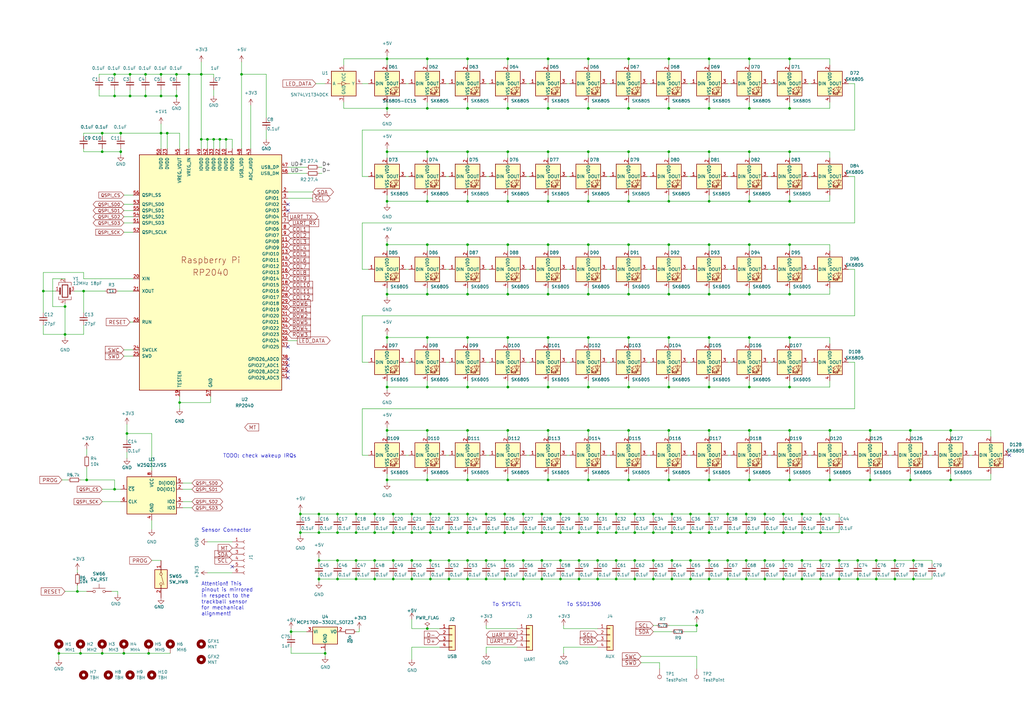
<source format=kicad_sch>
(kicad_sch (version 20211123) (generator eeschema)
  (paper "A3")
  (junction (at 168.91 237.49))
  (junction (at 175.26 100.33))
  (junction (at 267.97 229.87))
  (junction (at 184.15 218.44))
  (junction (at 34.29 119.38))
  (junction (at 85.09 57.15))
  (junction (at 323.85 62.23))
  (junction (at 224.79 44.45))
  (junction (at 146.05 229.87))
  (junction (at 307.34 158.75))
  (junction (at 123.19 218.44))
  (junction (at 158.75 158.75))
  (junction (at 374.65 237.49))
  (junction (at 175.26 158.75))
  (junction (at 356.87 176.53))
  (junction (at 306.07 229.87))
  (junction (at 356.87 196.85))
  (junction (at 241.3 44.45))
  (junction (at 323.85 176.53))
  (junction (at 237.49 229.87))
  (junction (at 214.63 237.49))
  (junction (at 138.43 210.82))
  (junction (at 175.26 120.65))
  (junction (at 340.36 176.53))
  (junction (at 237.49 210.82))
  (junction (at 130.81 237.49))
  (junction (at 298.45 229.87))
  (junction (at 351.79 237.49))
  (junction (at 241.3 196.85))
  (junction (at 340.36 196.85))
  (junction (at 87.63 57.15))
  (junction (at 138.43 229.87))
  (junction (at 207.01 218.44))
  (junction (at 53.34 30.48))
  (junction (at 290.83 44.45))
  (junction (at 66.04 39.37))
  (junction (at 191.77 210.82))
  (junction (at 208.28 62.23))
  (junction (at 31.75 242.57))
  (junction (at 33.02 267.97))
  (junction (at 373.38 176.53))
  (junction (at 313.69 218.44))
  (junction (at 214.63 210.82))
  (junction (at 214.63 229.87))
  (junction (at 175.26 257.81))
  (junction (at 283.21 237.49))
  (junction (at 161.29 210.82))
  (junction (at 274.32 62.23))
  (junction (at 35.56 196.85))
  (junction (at 208.28 158.75))
  (junction (at 191.77 120.65))
  (junction (at 290.83 120.65))
  (junction (at 307.34 44.45))
  (junction (at 274.32 120.65))
  (junction (at 229.87 218.44))
  (junction (at 52.07 177.8))
  (junction (at 245.11 237.49))
  (junction (at 252.73 237.49))
  (junction (at 307.34 82.55))
  (junction (at 208.28 82.55))
  (junction (at 257.81 44.45))
  (junction (at 241.3 24.13))
  (junction (at 24.13 267.97))
  (junction (at 290.83 196.85))
  (junction (at 161.29 229.87))
  (junction (at 274.32 176.53))
  (junction (at 260.35 210.82))
  (junction (at 224.79 120.65))
  (junction (at 290.83 176.53))
  (junction (at 359.41 237.49))
  (junction (at 66.04 30.48))
  (junction (at 323.85 120.65))
  (junction (at 53.34 39.37))
  (junction (at 274.32 138.43))
  (junction (at 222.25 229.87))
  (junction (at 321.31 237.49))
  (junction (at 245.11 210.82))
  (junction (at 158.75 176.53))
  (junction (at 222.25 218.44))
  (junction (at 229.87 237.49))
  (junction (at 257.81 120.65))
  (junction (at 241.3 176.53))
  (junction (at 168.91 229.87))
  (junction (at 307.34 138.43))
  (junction (at 344.17 237.49))
  (junction (at 175.26 176.53))
  (junction (at 66.04 54.61))
  (junction (at 123.19 210.82))
  (junction (at 73.66 165.1))
  (junction (at 208.28 24.13))
  (junction (at 191.77 229.87))
  (junction (at 321.31 218.44))
  (junction (at 306.07 210.82))
  (junction (at 257.81 176.53))
  (junction (at 184.15 237.49))
  (junction (at 68.58 54.61))
  (junction (at 158.75 44.45))
  (junction (at 275.59 218.44))
  (junction (at 307.34 196.85))
  (junction (at 274.32 196.85))
  (junction (at 175.26 196.85))
  (junction (at 130.81 210.82))
  (junction (at 224.79 176.53))
  (junction (at 245.11 218.44))
  (junction (at 207.01 210.82))
  (junction (at 222.25 210.82))
  (junction (at 323.85 100.33))
  (junction (at 191.77 44.45))
  (junction (at 274.32 158.75))
  (junction (at 224.79 158.75))
  (junction (at 290.83 82.55))
  (junction (at 175.26 138.43))
  (junction (at 306.07 237.49))
  (junction (at 229.87 210.82))
  (junction (at 336.55 237.49))
  (junction (at 323.85 82.55))
  (junction (at 237.49 218.44))
  (junction (at 191.77 176.53))
  (junction (at 17.78 119.38))
  (junction (at 199.39 218.44))
  (junction (at 224.79 62.23))
  (junction (at 275.59 229.87))
  (junction (at 274.32 82.55))
  (junction (at 41.91 54.61))
  (junction (at 367.03 237.49))
  (junction (at 158.75 138.43))
  (junction (at 82.55 57.15))
  (junction (at 290.83 218.44))
  (junction (at 175.26 82.55))
  (junction (at 290.83 100.33))
  (junction (at 321.31 210.82))
  (junction (at 336.55 218.44))
  (junction (at 241.3 138.43))
  (junction (at 283.21 229.87))
  (junction (at 26.67 137.16))
  (junction (at 328.93 237.49))
  (junction (at 389.89 196.85))
  (junction (at 175.26 62.23))
  (junction (at 176.53 237.49))
  (junction (at 260.35 229.87))
  (junction (at 252.73 218.44))
  (junction (at 146.05 210.82))
  (junction (at 158.75 196.85))
  (junction (at 389.89 176.53))
  (junction (at 158.75 62.23))
  (junction (at 208.28 120.65))
  (junction (at 176.53 229.87))
  (junction (at 257.81 24.13))
  (junction (at 323.85 196.85))
  (junction (at 328.93 218.44))
  (junction (at 133.35 267.97))
  (junction (at 191.77 158.75))
  (junction (at 158.75 100.33))
  (junction (at 224.79 100.33))
  (junction (at 274.32 44.45))
  (junction (at 208.28 196.85))
  (junction (at 184.15 210.82))
  (junction (at 283.21 218.44))
  (junction (at 208.28 138.43))
  (junction (at 207.01 229.87))
  (junction (at 72.39 39.37))
  (junction (at 237.49 237.49))
  (junction (at 191.77 138.43))
  (junction (at 90.17 57.15))
  (junction (at 46.99 200.66))
  (junction (at 146.05 218.44))
  (junction (at 241.3 158.75))
  (junction (at 153.67 237.49))
  (junction (at 41.91 267.97))
  (junction (at 245.11 229.87))
  (junction (at 285.75 256.54))
  (junction (at 252.73 229.87))
  (junction (at 199.39 237.49))
  (junction (at 275.59 237.49))
  (junction (at 168.91 218.44))
  (junction (at 252.73 210.82))
  (junction (at 222.25 237.49))
  (junction (at 59.69 39.37))
  (junction (at 130.81 218.44))
  (junction (at 359.41 229.87))
  (junction (at 274.32 100.33))
  (junction (at 191.77 196.85))
  (junction (at 224.79 138.43))
  (junction (at 60.96 267.97))
  (junction (at 313.69 210.82))
  (junction (at 328.93 229.87))
  (junction (at 214.63 218.44))
  (junction (at 161.29 237.49))
  (junction (at 191.77 82.55))
  (junction (at 306.07 218.44))
  (junction (at 298.45 218.44))
  (junction (at 229.87 229.87))
  (junction (at 46.99 39.37))
  (junction (at 344.17 229.87))
  (junction (at 49.53 62.23))
  (junction (at 290.83 138.43))
  (junction (at 275.59 210.82))
  (junction (at 307.34 100.33))
  (junction (at 207.01 237.49))
  (junction (at 323.85 24.13))
  (junction (at 313.69 229.87))
  (junction (at 176.53 210.82))
  (junction (at 323.85 138.43))
  (junction (at 257.81 100.33))
  (junction (at 153.67 229.87))
  (junction (at 241.3 100.33))
  (junction (at 82.55 30.48))
  (junction (at 168.91 210.82))
  (junction (at 257.81 138.43))
  (junction (at 208.28 100.33))
  (junction (at 313.69 237.49))
  (junction (at 130.81 229.87))
  (junction (at 336.55 210.82))
  (junction (at 191.77 237.49))
  (junction (at 257.81 62.23))
  (junction (at 176.53 218.44))
  (junction (at 208.28 176.53))
  (junction (at 59.69 30.48))
  (junction (at 241.3 120.65))
  (junction (at 321.31 229.87))
  (junction (at 260.35 218.44))
  (junction (at 307.34 62.23))
  (junction (at 146.05 237.49))
  (junction (at 119.38 259.08))
  (junction (at 290.83 237.49))
  (junction (at 153.67 218.44))
  (junction (at 307.34 24.13))
  (junction (at 373.38 196.85))
  (junction (at 290.83 24.13))
  (junction (at 267.97 237.49))
  (junction (at 323.85 158.75))
  (junction (at 46.99 30.48))
  (junction (at 351.79 229.87))
  (junction (at 328.93 210.82))
  (junction (at 257.81 158.75))
  (junction (at 241.3 62.23))
  (junction (at 374.65 229.87))
  (junction (at 199.39 210.82))
  (junction (at 241.3 82.55))
  (junction (at 298.45 210.82))
  (junction (at 191.77 24.13))
  (junction (at 191.77 218.44))
  (junction (at 257.81 82.55))
  (junction (at 283.21 210.82))
  (junction (at 191.77 62.23))
  (junction (at 161.29 218.44))
  (junction (at 158.75 120.65))
  (junction (at 158.75 82.55))
  (junction (at 153.67 210.82))
  (junction (at 41.91 62.23))
  (junction (at 224.79 196.85))
  (junction (at 307.34 120.65))
  (junction (at 175.26 44.45))
  (junction (at 158.75 24.13))
  (junction (at 367.03 229.87))
  (junction (at 208.28 44.45))
  (junction (at 50.8 267.97))
  (junction (at 274.32 24.13))
  (junction (at 138.43 218.44))
  (junction (at 26.67 125.73))
  (junction (at 138.43 237.49))
  (junction (at 260.35 237.49))
  (junction (at 290.83 62.23))
  (junction (at 307.34 176.53))
  (junction (at 267.97 210.82))
  (junction (at 175.26 24.13))
  (junction (at 224.79 82.55))
  (junction (at 92.71 57.15))
  (junction (at 323.85 44.45))
  (junction (at 99.06 30.48))
  (junction (at 336.55 229.87))
  (junction (at 49.53 54.61))
  (junction (at 298.45 237.49))
  (junction (at 290.83 229.87))
  (junction (at 290.83 210.82))
  (junction (at 267.97 218.44))
  (junction (at 224.79 24.13))
  (junction (at 72.39 30.48))
  (junction (at 191.77 100.33))
  (junction (at 257.81 196.85))
  (junction (at 199.39 229.87))
  (junction (at 184.15 229.87))
  (junction (at 77.47 30.48))
  (junction (at 290.83 158.75))
  (no_connect (at 118.11 152.4))
  (no_connect (at 414.02 186.69))
  (no_connect (at 95.25 232.41))
  (no_connect (at 118.11 154.94))
  (no_connect (at 118.11 149.86))
  (no_connect (at 118.11 147.32))
  (no_connect (at 118.11 83.82))
  (no_connect (at 118.11 86.36))
  (no_connect (at 118.11 142.24))
  (wire (pts (xy 158.75 24.13) (xy 158.75 26.67)))
  (wire (pts (xy 252.73 212.09) (xy 252.73 210.82)))
  (wire (pts (xy 321.31 229.87) (xy 313.69 229.87)))
  (wire (pts (xy 298.45 231.14) (xy 298.45 229.87)))
  (wire (pts (xy 252.73 218.44) (xy 252.73 217.17)))
  (wire (pts (xy 252.73 237.49) (xy 252.73 236.22)))
  (wire (pts (xy 290.83 120.65) (xy 290.83 118.11)))
  (wire (pts (xy 158.75 138.43) (xy 158.75 140.97)))
  (wire (pts (xy 199.39 256.54) (xy 199.39 257.81)))
  (wire (pts (xy 72.39 40.64) (xy 72.39 39.37)))
  (wire (pts (xy 241.3 100.33) (xy 241.3 102.87)))
  (wire (pts (xy 158.75 41.91) (xy 158.75 44.45)))
  (wire (pts (xy 245.11 218.44) (xy 252.73 218.44)))
  (wire (pts (xy 290.83 82.55) (xy 307.34 82.55)))
  (wire (pts (xy 298.45 210.82) (xy 290.83 210.82)))
  (wire (pts (xy 207.01 210.82) (xy 199.39 210.82)))
  (wire (pts (xy 46.99 200.66) (xy 41.91 200.66)))
  (wire (pts (xy 87.63 57.15) (xy 90.17 57.15)))
  (wire (pts (xy 241.3 100.33) (xy 257.81 100.33)))
  (wire (pts (xy 66.04 31.75) (xy 66.04 30.48)))
  (wire (pts (xy 241.3 158.75) (xy 257.81 158.75)))
  (wire (pts (xy 138.43 218.44) (xy 146.05 218.44)))
  (wire (pts (xy 267.97 231.14) (xy 267.97 229.87)))
  (wire (pts (xy 50.8 267.97) (xy 60.96 267.97)))
  (wire (pts (xy 267.97 210.82) (xy 260.35 210.82)))
  (wire (pts (xy 46.99 36.83) (xy 46.99 39.37)))
  (wire (pts (xy 267.97 237.49) (xy 267.97 236.22)))
  (wire (pts (xy 138.43 210.82) (xy 130.81 210.82)))
  (wire (pts (xy 146.05 231.14) (xy 146.05 229.87)))
  (wire (pts (xy 52.07 177.8) (xy 52.07 180.34)))
  (wire (pts (xy 168.91 212.09) (xy 168.91 210.82)))
  (wire (pts (xy 161.29 231.14) (xy 161.29 229.87)))
  (wire (pts (xy 307.34 44.45) (xy 307.34 41.91)))
  (wire (pts (xy 323.85 82.55) (xy 323.85 80.01)))
  (wire (pts (xy 274.32 100.33) (xy 274.32 102.87)))
  (wire (pts (xy 336.55 237.49) (xy 344.17 237.49)))
  (wire (pts (xy 224.79 62.23) (xy 241.3 62.23)))
  (wire (pts (xy 118.11 71.12) (xy 125.73 71.12)))
  (wire (pts (xy 191.77 176.53) (xy 191.77 179.07)))
  (wire (pts (xy 283.21 231.14) (xy 283.21 229.87)))
  (wire (pts (xy 275.59 237.49) (xy 283.21 237.49)))
  (wire (pts (xy 138.43 218.44) (xy 138.43 217.17)))
  (wire (pts (xy 290.83 218.44) (xy 298.45 218.44)))
  (wire (pts (xy 99.06 30.48) (xy 109.22 30.48)))
  (wire (pts (xy 285.75 256.54) (xy 285.75 255.27)))
  (wire (pts (xy 191.77 212.09) (xy 191.77 210.82)))
  (wire (pts (xy 158.75 44.45) (xy 175.26 44.45)))
  (wire (pts (xy 307.34 138.43) (xy 307.34 140.97)))
  (wire (pts (xy 158.75 138.43) (xy 175.26 138.43)))
  (wire (pts (xy 208.28 138.43) (xy 224.79 138.43)))
  (wire (pts (xy 191.77 24.13) (xy 191.77 26.67)))
  (wire (pts (xy 241.3 176.53) (xy 241.3 179.07)))
  (wire (pts (xy 281.94 186.69) (xy 283.21 186.69)))
  (wire (pts (xy 208.28 176.53) (xy 208.28 179.07)))
  (wire (pts (xy 130.81 229.87) (xy 130.81 231.14)))
  (wire (pts (xy 215.9 186.69) (xy 217.17 186.69)))
  (wire (pts (xy 306.07 212.09) (xy 306.07 210.82)))
  (wire (pts (xy 87.63 31.75) (xy 87.63 30.48)))
  (wire (pts (xy 191.77 210.82) (xy 184.15 210.82)))
  (wire (pts (xy 191.77 120.65) (xy 208.28 120.65)))
  (wire (pts (xy 123.19 209.55) (xy 123.19 210.82)))
  (wire (pts (xy 158.75 196.85) (xy 175.26 196.85)))
  (wire (pts (xy 298.45 229.87) (xy 290.83 229.87)))
  (wire (pts (xy 146.05 210.82) (xy 138.43 210.82)))
  (wire (pts (xy 241.3 24.13) (xy 241.3 26.67)))
  (wire (pts (xy 257.81 24.13) (xy 274.32 24.13)))
  (wire (pts (xy 191.77 62.23) (xy 208.28 62.23)))
  (wire (pts (xy 92.71 60.96) (xy 92.71 57.15)))
  (wire (pts (xy 336.55 212.09) (xy 336.55 210.82)))
  (wire (pts (xy 208.28 158.75) (xy 224.79 158.75)))
  (wire (pts (xy 208.28 62.23) (xy 224.79 62.23)))
  (wire (pts (xy 306.07 218.44) (xy 306.07 217.17)))
  (wire (pts (xy 283.21 218.44) (xy 283.21 217.17)))
  (wire (pts (xy 184.15 218.44) (xy 191.77 218.44)))
  (wire (pts (xy 123.19 218.44) (xy 123.19 219.71)))
  (wire (pts (xy 356.87 176.53) (xy 356.87 179.07)))
  (wire (pts (xy 53.34 31.75) (xy 53.34 30.48)))
  (wire (pts (xy 351.79 229.87) (xy 344.17 229.87)))
  (wire (pts (xy 328.93 237.49) (xy 336.55 237.49)))
  (wire (pts (xy 168.91 257.81) (xy 175.26 257.81)))
  (wire (pts (xy 66.04 50.8) (xy 66.04 54.61)))
  (wire (pts (xy 351.79 237.49) (xy 359.41 237.49)))
  (wire (pts (xy 158.75 194.31) (xy 158.75 196.85)))
  (wire (pts (xy 151.13 72.39) (xy 148.59 72.39)))
  (wire (pts (xy 85.09 234.95) (xy 95.25 234.95)))
  (wire (pts (xy 90.17 60.96) (xy 90.17 57.15)))
  (wire (pts (xy 321.31 218.44) (xy 328.93 218.44)))
  (wire (pts (xy 130.81 210.82) (xy 123.19 210.82)))
  (wire (pts (xy 148.59 34.29) (xy 151.13 34.29)))
  (wire (pts (xy 207.01 237.49) (xy 207.01 236.22)))
  (wire (pts (xy 208.28 44.45) (xy 208.28 41.91)))
  (wire (pts (xy 33.02 267.97) (xy 41.91 267.97)))
  (wire (pts (xy 373.38 176.53) (xy 389.89 176.53)))
  (wire (pts (xy 323.85 100.33) (xy 340.36 100.33)))
  (wire (pts (xy 274.32 176.53) (xy 290.83 176.53)))
  (wire (pts (xy 307.34 176.53) (xy 323.85 176.53)))
  (wire (pts (xy 191.77 62.23) (xy 191.77 64.77)))
  (wire (pts (xy 306.07 237.49) (xy 313.69 237.49)))
  (wire (pts (xy 340.36 100.33) (xy 340.36 102.87)))
  (wire (pts (xy 191.77 82.55) (xy 208.28 82.55)))
  (wire (pts (xy 158.75 176.53) (xy 175.26 176.53)))
  (wire (pts (xy 175.26 24.13) (xy 175.26 26.67)))
  (wire (pts (xy 35.56 191.77) (xy 35.56 196.85)))
  (wire (pts (xy 241.3 196.85) (xy 257.81 196.85)))
  (wire (pts (xy 199.39 229.87) (xy 191.77 229.87)))
  (wire (pts (xy 34.29 119.38) (xy 34.29 128.27)))
  (wire (pts (xy 367.03 231.14) (xy 367.03 229.87)))
  (wire (pts (xy 158.75 62.23) (xy 175.26 62.23)))
  (wire (pts (xy 62.23 177.8) (xy 62.23 193.04)))
  (wire (pts (xy 274.32 138.43) (xy 274.32 140.97)))
  (wire (pts (xy 130.81 228.6) (xy 130.81 229.87)))
  (wire (pts (xy 49.53 62.23) (xy 49.53 60.96)))
  (wire (pts (xy 285.75 274.32) (xy 285.75 269.24)))
  (wire (pts (xy 290.83 138.43) (xy 290.83 140.97)))
  (wire (pts (xy 283.21 212.09) (xy 283.21 210.82)))
  (wire (pts (xy 344.17 237.49) (xy 351.79 237.49)))
  (wire (pts (xy 59.69 30.48) (xy 66.04 30.48)))
  (wire (pts (xy 313.69 212.09) (xy 313.69 210.82)))
  (wire (pts (xy 102.87 43.18) (xy 102.87 60.96)))
  (wire (pts (xy 191.77 82.55) (xy 191.77 80.01)))
  (wire (pts (xy 241.3 62.23) (xy 241.3 64.77)))
  (wire (pts (xy 290.83 237.49) (xy 290.83 236.22)))
  (wire (pts (xy 290.83 231.14) (xy 290.83 229.87)))
  (wire (pts (xy 313.69 237.49) (xy 321.31 237.49)))
  (wire (pts (xy 175.26 196.85) (xy 175.26 194.31)))
  (wire (pts (xy 265.43 110.49) (xy 266.7 110.49)))
  (wire (pts (xy 340.36 44.45) (xy 340.36 41.91)))
  (wire (pts (xy 290.83 44.45) (xy 290.83 41.91)))
  (wire (pts (xy 208.28 82.55) (xy 224.79 82.55)))
  (wire (pts (xy 153.67 237.49) (xy 161.29 237.49)))
  (wire (pts (xy 40.64 30.48) (xy 40.64 31.75)))
  (wire (pts (xy 85.09 57.15) (xy 87.63 57.15)))
  (wire (pts (xy 66.04 39.37) (xy 59.69 39.37)))
  (wire (pts (xy 176.53 231.14) (xy 176.53 229.87)))
  (wire (pts (xy 323.85 176.53) (xy 323.85 179.07)))
  (wire (pts (xy 290.83 138.43) (xy 307.34 138.43)))
  (wire (pts (xy 146.05 218.44) (xy 153.67 218.44)))
  (wire (pts (xy 340.36 120.65) (xy 340.36 118.11)))
  (wire (pts (xy 72.39 39.37) (xy 66.04 39.37)))
  (wire (pts (xy 34.29 62.23) (xy 41.91 62.23)))
  (wire (pts (xy 222.25 237.49) (xy 222.25 236.22)))
  (wire (pts (xy 73.66 54.61) (xy 68.58 54.61)))
  (wire (pts (xy 241.3 120.65) (xy 241.3 118.11)))
  (wire (pts (xy 208.28 100.33) (xy 224.79 100.33)))
  (wire (pts (xy 285.75 269.24) (xy 262.89 269.24)))
  (wire (pts (xy 222.25 210.82) (xy 214.63 210.82)))
  (wire (pts (xy 182.88 186.69) (xy 184.15 186.69)))
  (wire (pts (xy 146.05 212.09) (xy 146.05 210.82)))
  (wire (pts (xy 191.77 44.45) (xy 191.77 41.91)))
  (wire (pts (xy 241.3 82.55) (xy 241.3 80.01)))
  (wire (pts (xy 199.39 34.29) (xy 200.66 34.29)))
  (wire (pts (xy 260.35 231.14) (xy 260.35 229.87)))
  (wire (pts (xy 109.22 53.34) (xy 109.22 57.15)))
  (wire (pts (xy 158.75 158.75) (xy 158.75 160.02)))
  (wire (pts (xy 257.81 158.75) (xy 257.81 156.21)))
  (wire (pts (xy 231.14 265.43) (xy 245.11 265.43)))
  (wire (pts (xy 298.45 186.69) (xy 299.72 186.69)))
  (wire (pts (xy 52.07 187.96) (xy 52.07 185.42)))
  (wire (pts (xy 41.91 205.74) (xy 49.53 205.74)))
  (wire (pts (xy 270.51 274.32) (xy 270.51 271.78)))
  (wire (pts (xy 245.11 237.49) (xy 245.11 236.22)))
  (wire (pts (xy 191.77 196.85) (xy 191.77 194.31)))
  (wire (pts (xy 138.43 212.09) (xy 138.43 210.82)))
  (wire (pts (xy 166.37 186.69) (xy 167.64 186.69)))
  (wire (pts (xy 351.79 231.14) (xy 351.79 229.87)))
  (wire (pts (xy 73.66 165.1) (xy 86.36 165.1)))
  (wire (pts (xy 182.88 148.59) (xy 184.15 148.59)))
  (wire (pts (xy 92.71 57.15) (xy 95.25 57.15)))
  (wire (pts (xy 232.41 148.59) (xy 233.68 148.59)))
  (wire (pts (xy 359.41 229.87) (xy 351.79 229.87)))
  (wire (pts (xy 328.93 231.14) (xy 328.93 229.87)))
  (wire (pts (xy 66.04 30.48) (xy 72.39 30.48)))
  (wire (pts (xy 351.79 237.49) (xy 351.79 236.22)))
  (wire (pts (xy 62.23 213.36) (xy 62.23 217.17)))
  (wire (pts (xy 274.32 120.65) (xy 290.83 120.65)))
  (wire (pts (xy 307.34 158.75) (xy 307.34 156.21)))
  (wire (pts (xy 274.32 24.13) (xy 274.32 26.67)))
  (wire (pts (xy 232.41 72.39) (xy 233.68 72.39)))
  (wire (pts (xy 290.83 62.23) (xy 307.34 62.23)))
  (wire (pts (xy 82.55 30.48) (xy 82.55 57.15)))
  (wire (pts (xy 199.39 237.49) (xy 199.39 236.22)))
  (wire (pts (xy 323.85 196.85) (xy 340.36 196.85)))
  (wire (pts (xy 389.89 196.85) (xy 406.4 196.85)))
  (wire (pts (xy 275.59 229.87) (xy 267.97 229.87)))
  (wire (pts (xy 21.59 114.3) (xy 21.59 125.73)))
  (wire (pts (xy 72.39 30.48) (xy 77.47 30.48)))
  (wire (pts (xy 207.01 231.14) (xy 207.01 229.87)))
  (wire (pts (xy 26.67 125.73) (xy 26.67 137.16)))
  (wire (pts (xy 356.87 196.85) (xy 356.87 194.31)))
  (wire (pts (xy 224.79 82.55) (xy 241.3 82.55)))
  (wire (pts (xy 237.49 210.82) (xy 229.87 210.82)))
  (wire (pts (xy 257.81 138.43) (xy 257.81 140.97)))
  (wire (pts (xy 176.53 218.44) (xy 184.15 218.44)))
  (wire (pts (xy 175.26 120.65) (xy 191.77 120.65)))
  (wire (pts (xy 26.67 137.16) (xy 26.67 138.43)))
  (wire (pts (xy 241.3 82.55) (xy 257.81 82.55)))
  (wire (pts (xy 267.97 237.49) (xy 275.59 237.49)))
  (wire (pts (xy 53.34 39.37) (xy 46.99 39.37)))
  (wire (pts (xy 290.83 100.33) (xy 290.83 102.87)))
  (wire (pts (xy 257.81 62.23) (xy 257.81 64.77)))
  (wire (pts (xy 130.81 237.49) (xy 138.43 237.49)))
  (wire (pts (xy 207.01 218.44) (xy 214.63 218.44)))
  (wire (pts (xy 290.83 44.45) (xy 307.34 44.45)))
  (wire (pts (xy 340.36 62.23) (xy 340.36 64.77)))
  (wire (pts (xy 199.39 265.43) (xy 212.09 265.43)))
  (wire (pts (xy 313.69 218.44) (xy 313.69 217.17)))
  (wire (pts (xy 241.3 196.85) (xy 241.3 194.31)))
  (wire (pts (xy 224.79 44.45) (xy 241.3 44.45)))
  (wire (pts (xy 214.63 218.44) (xy 214.63 217.17)))
  (wire (pts (xy 336.55 229.87) (xy 328.93 229.87)))
  (wire (pts (xy 46.99 31.75) (xy 46.99 30.48)))
  (wire (pts (xy 22.86 119.38) (xy 17.78 119.38)))
  (wire (pts (xy 86.36 165.1) (xy 86.36 162.56)))
  (wire (pts (xy 34.29 54.61) (xy 34.29 55.88)))
  (wire (pts (xy 290.83 176.53) (xy 307.34 176.53)))
  (wire (pts (xy 231.14 257.81) (xy 245.11 257.81)))
  (wire (pts (xy 257.81 120.65) (xy 274.32 120.65)))
  (wire (pts (xy 17.78 137.16) (xy 17.78 133.35)))
  (wire (pts (xy 241.3 24.13) (xy 257.81 24.13)))
  (wire (pts (xy 344.17 237.49) (xy 344.17 236.22)))
  (wire (pts (xy 73.66 162.56) (xy 73.66 165.1)))
  (wire (pts (xy 257.81 44.45) (xy 274.32 44.45)))
  (wire (pts (xy 281.94 72.39) (xy 283.21 72.39)))
  (wire (pts (xy 146.05 229.87) (xy 138.43 229.87)))
  (wire (pts (xy 241.3 44.45) (xy 241.3 41.91)))
  (wire (pts (xy 275.59 218.44) (xy 275.59 217.17)))
  (wire (pts (xy 323.85 120.65) (xy 340.36 120.65)))
  (wire (pts (xy 350.52 148.59) (xy 347.98 148.59)))
  (wire (pts (xy 59.69 31.75) (xy 59.69 30.48)))
  (wire (pts (xy 290.83 100.33) (xy 307.34 100.33)))
  (wire (pts (xy 53.34 30.48) (xy 59.69 30.48)))
  (wire (pts (xy 265.43 72.39) (xy 266.7 72.39)))
  (wire (pts (xy 237.49 237.49) (xy 237.49 236.22)))
  (wire (pts (xy 182.88 110.49) (xy 184.15 110.49)))
  (wire (pts (xy 275.59 218.44) (xy 283.21 218.44)))
  (wire (pts (xy 146.05 237.49) (xy 153.67 237.49)))
  (wire (pts (xy 307.34 196.85) (xy 307.34 194.31)))
  (wire (pts (xy 184.15 212.09) (xy 184.15 210.82)))
  (wire (pts (xy 184.15 218.44) (xy 184.15 217.17)))
  (wire (pts (xy 208.28 62.23) (xy 208.28 64.77)))
  (wire (pts (xy 168.91 265.43) (xy 180.34 265.43)))
  (wire (pts (xy 381 186.69) (xy 382.27 186.69)))
  (wire (pts (xy 158.75 44.45) (xy 140.97 44.45)))
  (wire (pts (xy 77.47 30.48) (xy 82.55 30.48)))
  (wire (pts (xy 34.29 114.3) (xy 34.29 111.76)))
  (wire (pts (xy 307.34 82.55) (xy 323.85 82.55)))
  (wire (pts (xy 151.13 186.69) (xy 148.59 186.69)))
  (wire (pts (xy 191.77 218.44) (xy 191.77 217.17)))
  (wire (pts (xy 158.75 24.13) (xy 175.26 24.13)))
  (wire (pts (xy 207.01 229.87) (xy 199.39 229.87)))
  (wire (pts (xy 323.85 158.75) (xy 340.36 158.75)))
  (wire (pts (xy 118.11 68.58) (xy 125.73 68.58)))
  (wire (pts (xy 72.39 36.83) (xy 72.39 39.37)))
  (wire (pts (xy 40.64 30.48) (xy 46.99 30.48)))
  (wire (pts (xy 175.26 62.23) (xy 175.26 64.77)))
  (wire (pts (xy 119.38 267.97) (xy 119.38 265.43)))
  (wire (pts (xy 222.25 212.09) (xy 222.25 210.82)))
  (wire (pts (xy 52.07 177.8) (xy 62.23 177.8)))
  (wire (pts (xy 90.17 57.15) (xy 92.71 57.15)))
  (wire (pts (xy 175.26 196.85) (xy 191.77 196.85)))
  (wire (pts (xy 161.29 212.09) (xy 161.29 210.82)))
  (wire (pts (xy 158.75 100.33) (xy 175.26 100.33)))
  (wire (pts (xy 214.63 218.44) (xy 222.25 218.44)))
  (wire (pts (xy 257.81 120.65) (xy 257.81 118.11)))
  (wire (pts (xy 176.53 212.09) (xy 176.53 210.82)))
  (wire (pts (xy 118.11 78.74) (xy 128.27 78.74)))
  (wire (pts (xy 280.67 259.08) (xy 285.75 259.08)))
  (wire (pts (xy 307.34 176.53) (xy 307.34 179.07)))
  (wire (pts (xy 168.91 210.82) (xy 161.29 210.82)))
  (wire (pts (xy 323.85 24.13) (xy 323.85 26.67)))
  (wire (pts (xy 182.88 72.39) (xy 184.15 72.39)))
  (wire (pts (xy 231.14 257.81) (xy 231.14 256.54)))
  (wire (pts (xy 336.55 210.82) (xy 328.93 210.82)))
  (wire (pts (xy 148.59 110.49) (xy 148.59 91.44)))
  (wire (pts (xy 274.32 176.53) (xy 274.32 179.07)))
  (wire (pts (xy 208.28 120.65) (xy 224.79 120.65)))
  (wire (pts (xy 257.81 82.55) (xy 274.32 82.55)))
  (wire (pts (xy 290.83 24.13) (xy 307.34 24.13)))
  (wire (pts (xy 283.21 237.49) (xy 283.21 236.22)))
  (wire (pts (xy 323.85 138.43) (xy 340.36 138.43)))
  (wire (pts (xy 208.28 196.85) (xy 208.28 194.31)))
  (wire (pts (xy 350.52 53.34) (xy 350.52 34.29)))
  (wire (pts (xy 347.98 186.69) (xy 349.25 186.69)))
  (wire (pts (xy 175.26 44.45) (xy 175.26 41.91)))
  (wire (pts (xy 34.29 114.3) (xy 54.61 114.3)))
  (wire (pts (xy 248.92 186.69) (xy 250.19 186.69)))
  (wire (pts (xy 328.93 218.44) (xy 328.93 217.17)))
  (wire (pts (xy 313.69 237.49) (xy 313.69 236.22)))
  (wire (pts (xy 241.3 44.45) (xy 257.81 44.45)))
  (wire (pts (xy 374.65 237.49) (xy 382.27 237.49)))
  (wire (pts (xy 269.24 256.54) (xy 267.97 256.54)))
  (wire (pts (xy 158.75 82.55) (xy 158.75 83.82)))
  (wire (pts (xy 123.19 210.82) (xy 123.19 212.09)))
  (wire (pts (xy 321.31 212.09) (xy 321.31 210.82)))
  (wire (pts (xy 350.52 110.49) (xy 347.98 110.49)))
  (wire (pts (xy 30.48 119.38) (xy 34.29 119.38)))
  (wire (pts (xy 17.78 137.16) (xy 26.67 137.16)))
  (wire (pts (xy 241.3 138.43) (xy 241.3 140.97)))
  (wire (pts (xy 119.38 257.81) (xy 119.38 259.08)))
  (wire (pts (xy 48.26 119.38) (xy 54.61 119.38)))
  (wire (pts (xy 307.34 100.33) (xy 323.85 100.33)))
  (wire (pts (xy 146.05 218.44) (xy 146.05 217.17)))
  (wire (pts (xy 158.75 44.45) (xy 158.75 45.72)))
  (wire (pts (xy 389.89 176.53) (xy 406.4 176.53)))
  (wire (pts (xy 283.21 210.82) (xy 275.59 210.82)))
  (wire (pts (xy 257.81 158.75) (xy 274.32 158.75)))
  (wire (pts (xy 298.45 148.59) (xy 299.72 148.59)))
  (wire (pts (xy 199.39 212.09) (xy 199.39 210.82)))
  (wire (pts (xy 298.45 212.09) (xy 298.45 210.82)))
  (wire (pts (xy 158.75 82.55) (xy 175.26 82.55)))
  (wire (pts (xy 175.26 82.55) (xy 175.26 80.01)))
  (wire (pts (xy 46.99 30.48) (xy 53.34 30.48)))
  (wire (pts (xy 344.17 231.14) (xy 344.17 229.87)))
  (wire (pts (xy 222.25 231.14) (xy 222.25 229.87)))
  (wire (pts (xy 59.69 36.83) (xy 59.69 39.37)))
  (wire (pts (xy 373.38 196.85) (xy 389.89 196.85)))
  (wire (pts (xy 175.26 158.75) (xy 175.26 156.21)))
  (wire (pts (xy 237.49 237.49) (xy 245.11 237.49)))
  (wire (pts (xy 323.85 62.23) (xy 323.85 64.77)))
  (wire (pts (xy 148.59 129.54) (xy 350.52 129.54)))
  (wire (pts (xy 191.77 231.14) (xy 191.77 229.87)))
  (wire (pts (xy 129.54 34.29) (xy 133.35 34.29)))
  (wire (pts (xy 274.32 24.13) (xy 290.83 24.13)))
  (wire (pts (xy 331.47 72.39) (xy 332.74 72.39)))
  (wire (pts (xy 215.9 34.29) (xy 217.17 34.29)))
  (wire (pts (xy 245.11 237.49) (xy 252.73 237.49)))
  (wire (pts (xy 224.79 24.13) (xy 241.3 24.13)))
  (wire (pts (xy 290.83 196.85) (xy 307.34 196.85)))
  (wire (pts (xy 168.91 231.14) (xy 168.91 229.87)))
  (wire (pts (xy 224.79 62.23) (xy 224.79 64.77)))
  (wire (pts (xy 184.15 237.49) (xy 191.77 237.49)))
  (wire (pts (xy 314.96 186.69) (xy 316.23 186.69)))
  (wire (pts (xy 364.49 186.69) (xy 365.76 186.69)))
  (wire (pts (xy 158.75 158.75) (xy 175.26 158.75)))
  (wire (pts (xy 321.31 237.49) (xy 321.31 236.22)))
  (wire (pts (xy 82.55 57.15) (xy 82.55 60.96)))
  (wire (pts (xy 267.97 212.09) (xy 267.97 210.82)))
  (wire (pts (xy 336.55 218.44) (xy 336.55 217.17)))
  (wire (pts (xy 274.32 62.23) (xy 274.32 64.77)))
  (wire (pts (xy 50.8 86.36) (xy 54.61 86.36)))
  (wire (pts (xy 237.49 218.44) (xy 245.11 218.44)))
  (wire (pts (xy 290.83 24.13) (xy 290.83 26.67)))
  (wire (pts (xy 168.91 218.44) (xy 168.91 217.17)))
  (wire (pts (xy 314.96 34.29) (xy 316.23 34.29)))
  (wire (pts (xy 275.59 237.49) (xy 275.59 236.22)))
  (wire (pts (xy 331.47 186.69) (xy 332.74 186.69)))
  (wire (pts (xy 148.59 53.34) (xy 350.52 53.34)))
  (wire (pts (xy 340.36 24.13) (xy 340.36 26.67)))
  (wire (pts (xy 161.29 210.82) (xy 153.67 210.82)))
  (wire (pts (xy 184.15 229.87) (xy 176.53 229.87)))
  (wire (pts (xy 307.34 44.45) (xy 323.85 44.45)))
  (wire (pts (xy 133.35 266.7) (xy 133.35 267.97)))
  (wire (pts (xy 119.38 259.08) (xy 125.73 259.08)))
  (wire (pts (xy 85.09 222.25) (xy 95.25 222.25)))
  (wire (pts (xy 168.91 257.81) (xy 168.91 254)))
  (wire (pts (xy 214.63 212.09) (xy 214.63 210.82)))
  (wire (pts (xy 241.3 120.65) (xy 257.81 120.65)))
  (wire (pts (xy 367.03 237.49) (xy 374.65 237.49)))
  (wire (pts (xy 35.56 196.85) (xy 46.99 196.85)))
  (wire (pts (xy 281.94 34.29) (xy 283.21 34.29)))
  (wire (pts (xy 274.32 100.33) (xy 290.83 100.33)))
  (wire (pts (xy 158.75 156.21) (xy 158.75 158.75)))
  (wire (pts (xy 215.9 148.59) (xy 217.17 148.59)))
  (wire (pts (xy 176.53 218.44) (xy 176.53 217.17)))
  (wire (pts (xy 224.79 196.85) (xy 224.79 194.31)))
  (wire (pts (xy 313.69 229.87) (xy 306.07 229.87)))
  (wire (pts (xy 175.26 120.65) (xy 175.26 118.11)))
  (wire (pts (xy 17.78 119.38) (xy 17.78 128.27)))
  (wire (pts (xy 314.96 148.59) (xy 316.23 148.59)))
  (wire (pts (xy 237.49 231.14) (xy 237.49 229.87)))
  (wire (pts (xy 222.25 218.44) (xy 222.25 217.17)))
  (wire (pts (xy 199.39 110.49) (xy 200.66 110.49)))
  (wire (pts (xy 166.37 34.29) (xy 167.64 34.29)))
  (wire (pts (xy 147.32 259.08) (xy 146.05 259.08)))
  (wire (pts (xy 50.8 95.25) (xy 54.61 95.25)))
  (wire (pts (xy 73.66 60.96) (xy 73.66 54.61)))
  (wire (pts (xy 245.11 218.44) (xy 245.11 217.17)))
  (wire (pts (xy 267.97 259.08) (xy 275.59 259.08)))
  (wire (pts (xy 274.32 82.55) (xy 274.32 80.01)))
  (wire (pts (xy 158.75 62.23) (xy 158.75 64.77)))
  (wire (pts (xy 46.99 196.85) (xy 46.99 200.66)))
  (wire (pts (xy 323.85 82.55) (xy 340.36 82.55)))
  (wire (pts (xy 265.43 34.29) (xy 266.7 34.29)))
  (wire (pts (xy 199.39 186.69) (xy 200.66 186.69)))
  (wire (pts (xy 274.32 256.54) (xy 285.75 256.54)))
  (wire (pts (xy 54.61 83.82) (xy 50.8 83.82)))
  (wire (pts (xy 168.91 229.87) (xy 161.29 229.87)))
  (wire (pts (xy 298.45 218.44) (xy 306.07 218.44)))
  (wire (pts (xy 118.11 139.7) (xy 121.92 139.7)))
  (wire (pts (xy 340.36 176.53) (xy 356.87 176.53)))
  (wire (pts (xy 138.43 237.49) (xy 138.43 236.22)))
  (wire (pts (xy 260.35 218.44) (xy 260.35 217.17)))
  (wire (pts (xy 231.14 267.97) (xy 231.14 265.43)))
  (wire (pts (xy 397.51 186.69) (xy 398.78 186.69)))
  (wire (pts (xy 224.79 176.53) (xy 241.3 176.53)))
  (wire (pts (xy 323.85 158.75) (xy 323.85 156.21)))
  (wire (pts (xy 175.26 62.23) (xy 191.77 62.23)))
  (wire (pts (xy 260.35 229.87) (xy 252.73 229.87)))
  (wire (pts (xy 307.34 24.13) (xy 307.34 26.67)))
  (wire (pts (xy 153.67 218.44) (xy 153.67 217.17)))
  (wire (pts (xy 153.67 229.87) (xy 146.05 229.87)))
  (wire (pts (xy 307.34 120.65) (xy 323.85 120.65)))
  (wire (pts (xy 373.38 176.53) (xy 373.38 179.07)))
  (wire (pts (xy 130.81 218.44) (xy 130.81 217.17)))
  (wire (pts (xy 257.81 24.13) (xy 257.81 26.67)))
  (wire (pts (xy 46.99 39.37) (xy 40.64 39.37)))
  (wire (pts (xy 215.9 72.39) (xy 217.17 72.39)))
  (wire (pts (xy 344.17 212.09) (xy 344.17 210.82)))
  (wire (pts (xy 74.93 208.28) (xy 78.74 208.28)))
  (wire (pts (xy 257.81 176.53) (xy 257.81 179.07)))
  (wire (pts (xy 73.66 165.1) (xy 73.66 167.64)))
  (wire (pts (xy 252.73 237.49) (xy 260.35 237.49)))
  (wire (pts (xy 237.49 229.87) (xy 229.87 229.87)))
  (wire (pts (xy 306.07 218.44) (xy 313.69 218.44)))
  (wire (pts (xy 148.59 72.39) (xy 148.59 53.34)))
  (wire (pts (xy 222.25 229.87) (xy 214.63 229.87)))
  (wire (pts (xy 340.36 82.55) (xy 340.36 80.01)))
  (wire (pts (xy 41.91 60.96) (xy 41.91 62.23)))
  (wire (pts (xy 350.52 129.54) (xy 350.52 110.49)))
  (wire (pts (xy 241.3 138.43) (xy 257.81 138.43)))
  (wire (pts (xy 307.34 24.13) (xy 323.85 24.13)))
  (wire (pts (xy 281.94 148.59) (xy 283.21 148.59)))
  (wire (pts (xy 158.75 137.16) (xy 158.75 138.43)))
  (wire (pts (xy 307.34 158.75) (xy 323.85 158.75)))
  (wire (pts (xy 290.83 237.49) (xy 298.45 237.49)))
  (wire (pts (xy 214.63 210.82) (xy 207.01 210.82)))
  (wire (pts (xy 158.75 99.06) (xy 158.75 100.33)))
  (wire (pts (xy 118.11 81.28) (xy 128.27 81.28)))
  (wire (pts (xy 26.67 242.57) (xy 31.75 242.57)))
  (wire (pts (xy 313.69 210.82) (xy 306.07 210.82)))
  (wire (pts (xy 175.26 100.33) (xy 175.26 102.87)))
  (wire (pts (xy 130.81 237.49) (xy 130.81 238.76)))
  (wire (pts (xy 31.75 240.03) (xy 31.75 242.57)))
  (wire (pts (xy 224.79 138.43) (xy 224.79 140.97)))
  (wire (pts (xy 274.32 158.75) (xy 274.32 156.21)))
  (wire (pts (xy 175.26 158.75) (xy 191.77 158.75)))
  (wire (pts (xy 229.87 212.09) (xy 229.87 210.82)))
  (wire (pts (xy 207.01 218.44) (xy 207.01 217.17)))
  (wire (pts (xy 274.32 82.55) (xy 290.83 82.55)))
  (wire (pts (xy 133.35 267.97) (xy 133.35 269.24)))
  (wire (pts (xy 33.02 196.85) (xy 35.56 196.85)))
  (wire (pts (xy 298.45 34.29) (xy 299.72 34.29)))
  (wire (pts (xy 389.89 196.85) (xy 389.89 194.31)))
  (wire (pts (xy 257.81 100.33) (xy 257.81 102.87)))
  (wire (pts (xy 340.36 196.85) (xy 340.36 194.31)))
  (wire (pts (xy 245.11 229.87) (xy 237.49 229.87)))
  (wire (pts (xy 340.36 158.75) (xy 340.36 156.21)))
  (wire (pts (xy 257.81 138.43) (xy 274.32 138.43)))
  (wire (pts (xy 191.77 218.44) (xy 199.39 218.44)))
  (wire (pts (xy 265.43 148.59) (xy 266.7 148.59)))
  (wire (pts (xy 166.37 148.59) (xy 167.64 148.59)))
  (wire (pts (xy 214.63 237.49) (xy 222.25 237.49)))
  (wire (pts (xy 41.91 267.97) (xy 50.8 267.97)))
  (wire (pts (xy 158.75 196.85) (xy 158.75 198.12)))
  (wire (pts (xy 313.69 231.14) (xy 313.69 229.87)))
  (wire (pts (xy 215.9 110.49) (xy 217.17 110.49)))
  (wire (pts (xy 41.91 55.88) (xy 41.91 54.61)))
  (wire (pts (xy 199.39 218.44) (xy 199.39 217.17)))
  (wire (pts (xy 252.73 229.87) (xy 245.11 229.87)))
  (wire (pts (xy 191.77 237.49) (xy 191.77 236.22)))
  (wire (pts (xy 191.77 100.33) (xy 191.77 102.87)))
  (wire (pts (xy 275.59 231.14) (xy 275.59 229.87)))
  (wire (pts (xy 260.35 237.49) (xy 267.97 237.49)))
  (wire (pts (xy 241.3 176.53) (xy 257.81 176.53)))
  (wire (pts (xy 119.38 259.08) (xy 119.38 260.35)))
  (wire (pts (xy 199.39 210.82) (xy 191.77 210.82)))
  (wire (pts (xy 66.04 36.83) (xy 66.04 39.37)))
  (wire (pts (xy 406.4 196.85) (xy 406.4 194.31)))
  (wire (pts (xy 328.93 212.09) (xy 328.93 210.82)))
  (wire (pts (xy 323.85 100.33) (xy 323.85 102.87)))
  (wire (pts (xy 199.39 72.39) (xy 200.66 72.39)))
  (wire (pts (xy 85.09 60.96) (xy 85.09 57.15)))
  (wire (pts (xy 191.77 196.85) (xy 208.28 196.85)))
  (wire (pts (xy 99.06 25.4) (xy 99.06 30.48)))
  (wire (pts (xy 78.74 205.74) (xy 74.93 205.74)))
  (wire (pts (xy 50.8 146.05) (xy 54.61 146.05)))
  (wire (pts (xy 222.25 237.49) (xy 229.87 237.49)))
  (wire (pts (xy 382.27 231.14) (xy 382.27 229.87)))
  (wire (pts (xy 82.55 57.15) (xy 85.09 57.15)))
  (wire (pts (xy 175.26 138.43) (xy 191.77 138.43)))
  (wire (pts (xy 176.53 237.49) (xy 184.15 237.49)))
  (wire (pts (xy 359.41 231.14) (xy 359.41 229.87)))
  (wire (pts (xy 307.34 196.85) (xy 323.85 196.85)))
  (wire (pts (xy 222.25 218.44) (xy 229.87 218.44)))
  (wire (pts (xy 168.91 237.49) (xy 176.53 237.49)))
  (wire (pts (xy 373.38 196.85) (xy 373.38 194.31)))
  (wire (pts (xy 224.79 176.53) (xy 224.79 179.07)))
  (wire (pts (xy 283.21 237.49) (xy 290.83 237.49)))
  (wire (pts (xy 237.49 218.44) (xy 237.49 217.17)))
  (wire (pts (xy 224.79 120.65) (xy 224.79 118.11)))
  (wire (pts (xy 298.45 237.49) (xy 298.45 236.22)))
  (wire (pts (xy 306.07 237.49) (xy 306.07 236.22)))
  (wire (pts (xy 208.28 24.13) (xy 208.28 26.67)))
  (wire (pts (xy 175.26 138.43) (xy 175.26 140.97)))
  (wire (pts (xy 208.28 100.33) (xy 208.28 102.87)))
  (wire (pts (xy 389.89 176.53) (xy 389.89 179.07)))
  (wire (pts (xy 50.8 80.01) (xy 54.61 80.01)))
  (wire (pts (xy 132.08 68.58) (xy 130.81 68.58)))
  (wire (pts (xy 285.75 259.08) (xy 285.75 256.54)))
  (wire (pts (xy 260.35 210.82) (xy 252.73 210.82)))
  (wire (pts (xy 290.83 158.75) (xy 307.34 158.75)))
  (wire (pts (xy 74.93 200.66) (xy 78.74 200.66)))
  (wire (pts (xy 306.07 231.14) (xy 306.07 229.87)))
  (wire (pts (xy 374.65 237.49) (xy 374.65 236.22)))
  (wire (pts (xy 207.01 212.09) (xy 207.01 210.82)))
  (wire (pts (xy 323.85 196.85) (xy 323.85 194.31)))
  (wire (pts (xy 224.79 120.65) (xy 241.3 120.65)))
  (wire (pts (xy 153.67 231.14) (xy 153.67 229.87)))
  (wire (pts (xy 274.32 44.45) (xy 290.83 44.45)))
  (wire (pts (xy 245.11 210.82) (xy 237.49 210.82)))
  (wire (pts (xy 34.29 137.16) (xy 34.29 133.35)))
  (wire (pts (xy 146.05 237.49) (xy 146.05 236.22)))
  (wire (pts (xy 290.83 210.82) (xy 283.21 210.82)))
  (wire (pts (xy 60.96 267.97) (xy 69.85 267.97)))
  (wire (pts (xy 130.81 218.44) (xy 138.43 218.44)))
  (wire (pts (xy 274.32 120.65) (xy 274.32 118.11)))
  (wire (pts (xy 323.85 120.65) (xy 323.85 118.11)))
  (wire (pts (xy 275.59 210.82) (xy 267.97 210.82)))
  (wire (pts (xy 224.79 44.45) (xy 224.79 41.91)))
  (wire (pts (xy 175.26 100.33) (xy 191.77 100.33)))
  (wire (pts (xy 182.88 34.29) (xy 184.15 34.29)))
  (wire (pts (xy 132.08 71.12) (xy 130.81 71.12)))
  (wire (pts (xy 260.35 218.44) (xy 267.97 218.44)))
  (wire (pts (xy 257.81 100.33) (xy 274.32 100.33)))
  (wire (pts (xy 340.36 176.53) (xy 340.36 179.07)))
  (wire (pts (xy 208.28 158.75) (xy 208.28 156.21)))
  (wire (pts (xy 281.94 110.49) (xy 283.21 110.49)))
  (wire (pts (xy 208.28 82.55) (xy 208.28 80.01)))
  (wire (pts (xy 224.79 138.43) (xy 241.3 138.43)))
  (wire (pts (xy 24.13 270.51) (xy 24.13 267.97)))
  (wire (pts (xy 199.39 267.97) (xy 199.39 265.43)))
  (wire (pts (xy 257.81 196.85) (xy 257.81 194.31)))
  (wire (pts (xy 257.81 62.23) (xy 274.32 62.23)))
  (wire (pts (xy 298.45 237.49) (xy 306.07 237.49)))
  (wire (pts (xy 265.43 186.69) (xy 266.7 186.69)))
  (wire (pts (xy 175.26 82.55) (xy 191.77 82.55)))
  (wire (pts (xy 290.83 212.09) (xy 290.83 210.82)))
  (wire (pts (xy 229.87 237.49) (xy 237.49 237.49)))
  (wire (pts (xy 49.53 54.61) (xy 41.91 54.61)))
  (wire (pts (xy 34.29 119.38) (xy 43.18 119.38)))
  (wire (pts (xy 267.97 218.44) (xy 275.59 218.44)))
  (wire (pts (xy 153.67 212.09) (xy 153.67 210.82)))
  (wire (pts (xy 229.87 237.49) (xy 229.87 236.22)))
  (wire (pts (xy 214.63 237.49) (xy 214.63 236.22)))
  (wire (pts (xy 229.87 229.87) (xy 222.25 229.87)))
  (wire (pts (xy 313.69 218.44) (xy 321.31 218.44)))
  (wire (pts (xy 158.75 175.26) (xy 158.75 176.53)))
  (wire (pts (xy 21.59 125.73) (xy 26.67 125.73)))
  (wire (pts (xy 158.75 120.65) (xy 158.75 121.92)))
  (wire (pts (xy 176.53 237.49) (xy 176.53 236.22)))
  (wire (pts (xy 138.43 229.87) (xy 130.81 229.87)))
  (wire (pts (xy 191.77 158.75) (xy 208.28 158.75)))
  (wire (pts (xy 140.97 24.13) (xy 140.97 26.67)))
  (wire (pts (xy 87.63 36.83) (xy 87.63 39.37)))
  (wire (pts (xy 356.87 196.85) (xy 373.38 196.85)))
  (wire (pts (xy 248.92 72.39) (xy 250.19 72.39)))
  (wire (pts (xy 323.85 24.13) (xy 340.36 24.13)))
  (wire (pts (xy 224.79 196.85) (xy 241.3 196.85)))
  (wire (pts (xy 158.75 60.96) (xy 158.75 62.23)))
  (wire (pts (xy 350.52 167.64) (xy 350.52 148.59)))
  (wire (pts (xy 158.75 176.53) (xy 158.75 179.07)))
  (wire (pts (xy 133.35 267.97) (xy 119.38 267.97)))
  (wire (pts (xy 306.07 229.87) (xy 298.45 229.87)))
  (wire (pts (xy 323.85 138.43) (xy 323.85 140.97)))
  (wire (pts (xy 166.37 110.49) (xy 167.64 110.49)))
  (wire (pts (xy 321.31 218.44) (xy 321.31 217.17)))
  (wire (pts (xy 307.34 82.55) (xy 307.34 80.01)))
  (wire (pts (xy 161.29 218.44) (xy 161.29 217.17)))
  (wire (pts (xy 374.65 231.14) (xy 374.65 229.87)))
  (wire (pts (xy 191.77 158.75) (xy 191.77 156.21)))
  (wire (pts (xy 41.91 54.61) (xy 34.29 54.61)))
  (wire (pts (xy 72.39 31.75) (xy 72.39 30.48)))
  (wire (pts (xy 237.49 212.09) (xy 237.49 210.82)))
  (wire (pts (xy 290.83 82.55) (xy 290.83 80.01)))
  (wire (pts (xy 323.85 176.53) (xy 340.36 176.53)))
  (wire (pts (xy 229.87 231.14) (xy 229.87 229.87)))
  (wire (pts (xy 82.55 30.48) (xy 87.63 30.48)))
  (wire (pts (xy 224.79 24.13) (xy 224.79 26.67)))
  (wire (pts (xy 49.53 55.88) (xy 49.53 54.61)))
  (wire (pts (xy 382.27 237.49) (xy 382.27 236.22)))
  (wire (pts (xy 350.52 34.29) (xy 347.98 34.29)))
  (wire (pts (xy 328.93 218.44) (xy 336.55 218.44)))
  (wire (pts (xy 24.13 267.97) (xy 33.02 267.97)))
  (wire (pts (xy 328.93 210.82) (xy 321.31 210.82)))
  (wire (pts (xy 257.81 44.45) (xy 257.81 41.91)))
  (wire (pts (xy 95.25 57.15) (xy 95.25 60.96)))
  (wire (pts (xy 41.91 62.23) (xy 49.53 62.23)))
  (wire (pts (xy 130.81 236.22) (xy 130.81 237.49)))
  (wire (pts (xy 290.83 196.85) (xy 290.83 194.31)))
  (wire (pts (xy 270.51 271.78) (xy 262.89 271.78)))
  (wire (pts (xy 148.59 186.69) (xy 148.59 167.64)))
  (wire (pts (xy 252.73 218.44) (xy 260.35 218.44)))
  (wire (pts (xy 176.53 229.87) (xy 168.91 229.87)))
  (wire (pts (xy 208.28 196.85) (xy 224.79 196.85)))
  (wire (pts (xy 274.32 196.85) (xy 274.32 194.31)))
  (wire (pts (xy 153.67 210.82) (xy 146.05 210.82)))
  (wire (pts (xy 245.11 231.14) (xy 245.11 229.87)))
  (wire (pts (xy 367.03 237.49) (xy 367.03 236.22)))
  (wire (pts (xy 323.85 62.23) (xy 340.36 62.23)))
  (wire (pts (xy 331.47 34.29) (xy 332.74 34.29)))
  (wire (pts (xy 153.67 218.44) (xy 161.29 218.44)))
  (wire (pts (xy 140.97 44.45) (xy 140.97 41.91)))
  (wire (pts (xy 138.43 237.49) (xy 146.05 237.49)))
  (wire (pts (xy 267.97 229.87) (xy 260.35 229.87)))
  (wire (pts (xy 68.58 54.61) (xy 66.04 54.61)))
  (wire (pts (xy 336.55 231.14) (xy 336.55 229.87)))
  (wire (pts (xy 245.11 212.09) (xy 245.11 210.82)))
  (wire (pts (xy 382.27 229.87) (xy 374.65 229.87)))
  (wire (pts (xy 257.81 82.55) (xy 257.81 80.01)))
  (wire (pts (xy 344.17 210.82) (xy 336.55 210.82)))
  (wire (pts (xy 26.67 124.46) (xy 26.67 125.73)))
  (wire (pts (xy 252.73 210.82) (xy 245.11 210.82)))
  (wire (pts (xy 34.29 60.96) (xy 34.29 62.23)))
  (wire (pts (xy 158.75 24.13) (xy 140.97 24.13)))
  (wire (pts (xy 62.23 229.87) (xy 66.04 229.87)))
  (wire (pts (xy 175.26 176.53) (xy 175.26 179.07)))
  (wire (pts (xy 208.28 24.13) (xy 224.79 24.13)))
  (wire (pts (xy 184.15 210.82) (xy 176.53 210.82)))
  (wire (pts (xy 323.85 44.45) (xy 323.85 41.91)))
  (wire (pts (xy 267.97 218.44) (xy 267.97 217.17)))
  (wire (pts (xy 87.63 60.96) (xy 87.63 57.15)))
  (wire (pts (xy 331.47 110.49) (xy 332.74 110.49)))
  (wire (pts (xy 290.83 158.75) (xy 290.83 156.21)))
  (wire (pts (xy 298.45 218.44) (xy 298.45 217.17)))
  (wire (pts (xy 229.87 218.44) (xy 229.87 217.17)))
  (wire (pts (xy 331.47 148.59) (xy 332.74 148.59)))
  (wire (pts (xy 54.61 132.08) (xy 53.34 132.08)))
  (wire (pts (xy 66.04 54.61) (xy 66.04 60.96)))
  (wire (pts (xy 191.77 237.49) (xy 199.39 237.49)))
  (wire (pts (xy 161.29 237.49) (xy 168.91 237.49)))
  (wire (pts (xy 321.31 231.14) (xy 321.31 229.87)))
  (wire (pts (xy 214.63 231.14) (xy 214.63 229.87)))
  (wire (pts (xy 77.47 60.96) (xy 77.47 30.48)))
  (wire (pts (xy 307.34 138.43) (xy 323.85 138.43)))
  (wire (pts (xy 356.87 176.53) (xy 373.38 176.53)))
  (wire (pts (xy 248.92 148.59) (xy 250.19 148.59)))
  (wire (pts (xy 176.53 210.82) (xy 168.91 210.82)))
  (wire (pts (xy 34.29 111.76) (xy 17.78 111.76)))
  (wire (pts (xy 257.81 196.85) (xy 274.32 196.85)))
  (wire (pts (xy 283.21 229.87) (xy 275.59 229.87)))
  (wire (pts (xy 59.69 39.37) (xy 53.34 39.37)))
  (wire (pts (xy 175.26 176.53) (xy 191.77 176.53)))
  (wire (pts (xy 153.67 237.49) (xy 153.67 236.22)))
  (wire (pts (xy 158.75 80.01) (xy 158.75 82.55)))
  (wire (pts (xy 248.92 110.49) (xy 250.19 110.49)))
  (wire (pts (xy 208.28 120.65) (xy 208.28 118.11)))
  (wire (pts (xy 161.29 237.49) (xy 161.29 236.22)))
  (wire (pts (xy 53.34 36.83) (xy 53.34 39.37)))
  (wire (pts (xy 48.26 243.84) (xy 48.26 242.57)))
  (wire (pts (xy 328.93 237.49) (xy 328.93 236.22)))
  (wire (pts (xy 191.77 100.33) (xy 208.28 100.33)))
  (wire (pts (xy 207.01 237.49) (xy 214.63 237.49)))
  (wire (pts (xy 151.13 148.59) (xy 148.59 148.59)))
  (wire (pts (xy 151.13 110.49) (xy 148.59 110.49)))
  (wire (pts (xy 48.26 242.57) (xy 45.72 242.57)))
  (wire (pts (xy 191.77 44.45) (xy 208.28 44.45)))
  (wire (pts (xy 175.26 44.45) (xy 191.77 44.45)))
  (wire (pts (xy 123.19 218.44) (xy 130.81 218.44)))
  (wire (pts (xy 40.64 39.37) (xy 40.64 36.83)))
  (wire (pts (xy 199.39 148.59) (xy 200.66 148.59)))
  (wire (pts (xy 17.78 111.76) (xy 17.78 119.38)))
  (wire (pts (xy 161.29 229.87) (xy 153.67 229.87)))
  (wire (pts (xy 191.77 138.43) (xy 208.28 138.43)))
  (wire (pts (xy 52.07 173.99) (xy 52.07 177.8)))
  (wire (pts (xy 283.21 218.44) (xy 290.83 218.44)))
  (wire (pts (xy 49.53 63.5) (xy 49.53 62.23)))
  (wire (pts (xy 328.93 229.87) (xy 321.31 229.87)))
  (wire (pts (xy 184.15 237.49) (xy 184.15 236.22)))
  (wire (pts (xy 260.35 237.49) (xy 260.35 236.22)))
  (wire (pts (xy 26.67 114.3) (xy 21.59 114.3)))
  (wire (pts (xy 175.26 257.81) (xy 180.34 257.81)))
  (wire (pts (xy 232.41 34.29) (xy 233.68 34.29)))
  (wire (pts (xy 350.52 91.44) (xy 350.52 72.39)))
  (wire (pts (xy 158.75 100.33) (xy 158.75 102.87)))
  (wire (pts (xy 224.79 158.75) (xy 224.79 156.21)))
  (wire (pts (xy 158.75 118.11) (xy 158.75 120.65)))
  (wire (pts (xy 123.19 217.17) (xy 123.19 218.44)))
  (wire (pts (xy 214.63 229.87) (xy 207.01 229.87)))
  (wire (pts (xy 232.41 110.49) (xy 233.68 110.49)))
  (wire (pts (xy 252.73 231.14) (xy 252.73 229.87)))
  (wire (pts (xy 290.83 218.44) (xy 290.83 217.17)))
  (wire (pts (xy 298.45 72.39) (xy 299.72 72.39)))
  (wire (pts (xy 199.39 237.49) (xy 207.01 237.49)))
  (wire (pts (xy 350.52 72.39) (xy 347.98 72.39)))
  (wire (pts (xy 229.87 218.44) (xy 237.49 218.44)))
  (wire (pts (xy 68.58 60.96) (xy 68.58 54.61)))
  (wire (pts (xy 158.75 22.86) (xy 158.75 24.13)))
  (wire (pts (xy 78.74 198.12) (xy 74.93 198.12)))
  (wire (pts (xy 374.65 229.87) (xy 367.03 229.87)))
  (wire (pts (xy 224.79 100.33) (xy 224.79 102.87)))
  (wire (pts (xy 191.77 176.53) (xy 208.28 176.53)))
  (wire (pts (xy 191.77 229.87) (xy 184.15 229.87)))
  (wire (pts (xy 274.32 138.43) (xy 290.83 138.43)))
  (wire (pts (xy 27.94 196.85) (xy 25.4 196.85)))
  (wire (pts (xy 82.55 25.4) (xy 82.55 30.48)))
  (wire (pts (xy 290.83 176.53) (xy 290.83 179.07)))
  (wire (pts (xy 224.79 82.55) (xy 224.79 80.01)))
  (wire (pts (xy 314.96 72.39) (xy 316.23 72.39)))
  (wire (pts (xy 191.77 120.65) (xy 191.77 118.11)))
  (wire (pts (xy 54.61 88.9) (xy 50.8 88.9)))
  (wire (pts (xy 359.41 237.49) (xy 359.41 236.22)))
  (wire (pts (xy 314.96 110.49) (xy 316.23 110.49)))
  (wire (pts (xy 367.03 229.87) (xy 359.41 229.87)))
  (wire (pts (xy 109.22 48.26) (xy 109.22 30.48)))
  (wire (pts (xy 168.91 218.44) (xy 176.53 218.44)))
  (wire (pts (xy 307.34 100.33) (xy 307.34 102.87)))
  (wire (pts (xy 232.41 186.69) (xy 233.68 186.69)))
  (wire (pts (xy 274.32 44.45) (xy 274.32 41.91)))
  (wire (pts (xy 260.35 212.09) (xy 260.35 210.82)))
  (wire (pts (xy 290.83 62.23) (xy 290.83 64.77)))
  (wire (pts (xy 199.39 218.44) (xy 207.01 218.44)))
  (wire (pts (xy 406.4 176.53) (xy 406.4 179.07)))
  (wire (pts (xy 257.81 176.53) (xy 274.32 176.53)))
  (wire (pts (xy 148.59 91.44) (xy 350.52 91.44)))
  (wire (pts (xy 191.77 138.43) (xy 191.77 140.97)))
  (wire (pts (xy 130.81 212.09) (xy 130.81 210.82)))
  (wire (pts (xy 168.91 237.49) (xy 168.91 236.22)))
  (wire (pts (xy 158.75 120.65) (xy 175.26 120.65)))
  (wire (pts (xy 274.32 62.23) (xy 290.83 62.23)))
  (wire (pts (xy 224.79 158.75) (xy 241.3 158.75)))
  (wire (pts (xy 321.31 237.49) (xy 328.93 237.49)))
  (wire (pts (xy 54.61 143.51) (xy 50.8 143.51)))
  (wire (pts (xy 166.37 72.39) (xy 167.64 72.39)))
  (wire (pts (xy 275.59 212.09) (xy 275.59 210.82)))
  (wire (pts (xy 184.15 231.14) (xy 184.15 229.87)))
  (wire (pts (xy 31.75 233.68) (xy 31.75 234.95)))
  (wire (pts (xy 274.32 196.85) (xy 290.83 196.85)))
  (wire (pts (xy 49.53 54.61) (xy 66.04 54.61)))
  (wire (pts (xy 290.83 120.65) (xy 307.34 120.65)))
  (wire (pts (xy 323.85 44.45) (xy 340.36 44.45)))
  (wire (pts (xy 35.56 184.15) (xy 35.56 186.69)))
  (wire (pts (xy 307.34 62.23) (xy 307.34 64.77)))
  (wire (pts (xy 49.53 200.66) (xy 46.99 200.66)))
  (wire (pts (xy 359.41 237.49) (xy 367.03 237.49)))
  (wire (pts (xy 148.59 167.64) (xy 350.52 167.64)))
  (wire (pts (xy 199.39 231.14) (xy 199.39 229.87)))
  (wire (pts (xy 336.55 218.44) (xy 344.17 218.44)))
  (wire (pts (xy 26.67 137.16) (xy 34.29 137.16)))
  (wire (pts (xy 208.28 176.53) (xy 224.79 176.53)))
  (wire (pts (xy 344.17 218.44) (xy 344.17 217.17)))
  (wire (pts (xy 161.29 218.44) (xy 168.91 218.44)))
  (wire (pts (xy 307.34 120.65) (xy 307.34 118.11)))
  (wire (pts (xy 274.32 158.75) (xy 290.83 158.75)))
  (wire (pts (xy 147.32 257.81) (xy 147.32 259.08)))
  (wire (pts (xy 31.75 242.57) (xy 35.56 242.57)))
  (wire (pts (xy 290.83 229.87) (xy 283.21 229.87)))
  (wire (pts (xy 321.31 210.82) (xy 313.69 210.82)))
  (wire (pts (xy 340.36 196.85) (xy 356.87 196.85)))
  (wire (pts (xy 50.8 91.44) (xy 54.61 91.44)))
  (wire (pts (xy 138.43 231.14) (xy 138.43 229.87)))
  (wire (pts (xy 306.07 210.82) (xy 298.45 210.82)))
  (wire (pts (xy 99.06 30.48) (xy 99.06 60.96)))
  (wire (pts (xy 241.3 158.75) (xy 241.3 156.21)))
  (wire (pts (xy 241.3 62.23) (xy 257.81 62.23)))
  (wire (pts (xy 344.17 229.87) (xy 336.55 229.87)))
  (wire (pts (xy 224.79 100.33) (xy 241.3 100.33)))
  (wire (pts (xy 199.39 257.81) (xy 212.09 257.81)))
  (wire (pts (xy 175.26 24.13) (xy 191.77 24.13)))
  (wire (pts (xy 307.34 62.23) (xy 323.85 62.23)))
  (wire (pts (xy 191.77 24.13) (xy 208.28 24.13)))
  (wire (pts (xy 336.55 237.49) (xy 336.55 236.22)))
  (wire (pts (xy 340.36 138.43) (xy 340.36 140.97)))
  (wire (pts (xy 208.28 44.45) (xy 224.79 44.45)))
  (wire (pts (xy 148.59 148.59) (xy 148.59 129.54)))
  (wire (pts (xy 298.45 110.49) (xy 299.72 110.49)))
  (wire (pts (xy 248.92 34.29) (xy 250.19 34.29)))
  (wire (pts (xy 208.28 138.43) (xy 208.28 140.97)))
  (wire (pts (xy 229.87 210.82) (xy 222.25 210.82)))
  (wire (pts (xy 168.91 265.43) (xy 168.91 270.51)))
  (text "Sensor Connector" (at 82.55 218.44 0) (effects (font (size 1.524 1.524)) (justify left bottom)))
  (text "To SSD1306" (at 232.41 248.92 0) (effects (font (size 1.524 1.524)) (justify left bottom)))
  (text "To SYSCTL" (at 201.93 248.92 0) (effects (font (size 1.524 1.524)) (justify left bottom)))
  (text "Attention! This\npinout is mirrored\nin respect to the \ntrackball sensor\nfor mechanical\nalignment!" (at 82.55 252.73 0) (effects (font (size 1.524 1.524)) (justify left bottom)))
  (text "TODO: check wakeup IRQs" (at 91.44 187.96 0) (effects (font (size 1.524 1.524)) (justify left bottom)))
  (label "D-" (at 132.08 71.12 0) (effects (font (size 1.524 1.524))))
  (label "UD-" (at 124.46 71.12 180) (effects (font (size 1.524 1.524))))
  (label "D+" (at 132.08 68.58 0) (effects (font (size 1.524 1.524))))
  (label "UD+" (at 124.46 68.58 180) (effects (font (size 1.524 1.524))))
  (global_label "COL8" (shape input) (at 118.11 111.76 0) (effects (font (size 1.524 1.524))) (property "Intersheet References" "${INTERSHEET_REFS}" (effects hide)))
  (global_label "QSPI_SD3" (shape bidirectional) (at 50.8 91.44 180) (property "Intersheet References" "${INTERSHEET_REFS}" (effects hide)))
  (global_label "D+" (shape input) (at 180.34 262.89 180) (effects (font (size 1.524 1.524))) (property "Intersheet References" "${INTERSHEET_REFS}" (effects hide)))
  (global_label "COL10" (shape input) (at 118.11 116.84 0) (effects (font (size 1.524 1.524))) (property "Intersheet References" "${INTERSHEET_REFS}" (effects hide)))
  (global_label "ROW6" (shape input) (at 118.11 124.46 0) (effects (font (size 1.524 1.524))) (property "Intersheet References" "${INTERSHEET_REFS}" (effects hide)))
  (global_label "MT" (shape input) (at 100.33 175.26 0) (effects (font (size 1.524 1.524))) (property "Intersheet References" "${INTERSHEET_REFS}" (effects hide)))
  (global_label "QSPI_SD2" (shape bidirectional) (at 50.8 88.9 180) (property "Intersheet References" "${INTERSHEET_REFS}" (effects hide)))
  (global_label "COL9" (shape input) (at 118.11 114.3 0) (effects (font (size 1.524 1.524))) (property "Intersheet References" "${INTERSHEET_REFS}" (effects hide)))
  (global_label "QSPI_SD1" (shape bidirectional) (at 78.74 200.66 0) (property "Intersheet References" "${INTERSHEET_REFS}" (effects hide)))
  (global_label "SDA" (shape bidirectional) (at 128.27 78.74 0) (effects (font (size 1.524 1.524))) (property "Intersheet References" "${INTERSHEET_REFS}" (effects hide)))
  (global_label "SDA" (shape input) (at 267.97 259.08 180) (effects (font (size 1.524 1.524))) (property "Intersheet References" "${INTERSHEET_REFS}" (effects hide)))
  (global_label "ROW4" (shape input) (at 118.11 134.62 0) (effects (font (size 1.524 1.524))) (property "Intersheet References" "${INTERSHEET_REFS}" (effects hide)))
  (global_label "QSPI_SD1" (shape bidirectional) (at 50.8 86.36 180) (property "Intersheet References" "${INTERSHEET_REFS}" (effects hide)))
  (global_label "ROW2" (shape input) (at 118.11 129.54 0) (effects (font (size 1.524 1.524))) (property "Intersheet References" "${INTERSHEET_REFS}" (effects hide)))
  (global_label "COL3" (shape input) (at 118.11 99.06 0) (effects (font (size 1.524 1.524))) (property "Intersheet References" "${INTERSHEET_REFS}" (effects hide)))
  (global_label "D-" (shape input) (at 180.34 260.35 180) (effects (font (size 1.524 1.524))) (property "Intersheet References" "${INTERSHEET_REFS}" (effects hide)))
  (global_label "SWD" (shape input) (at 262.89 271.78 180) (effects (font (size 1.524 1.524))) (property "Intersheet References" "${INTERSHEET_REFS}" (effects hide)))
  (global_label "COL2" (shape input) (at 118.11 96.52 0) (effects (font (size 1.524 1.524))) (property "Intersheet References" "${INTERSHEET_REFS}" (effects hide)))
  (global_label "SWC" (shape input) (at 262.89 269.24 180) (effects (font (size 1.524 1.524))) (property "Intersheet References" "${INTERSHEET_REFS}" (effects hide)))
  (global_label "SWD" (shape input) (at 50.8 146.05 180) (effects (font (size 1.524 1.524))) (property "Intersheet References" "${INTERSHEET_REFS}" (effects hide)))
  (global_label "QSPI_CS" (shape input) (at 41.91 200.66 180) (property "Intersheet References" "${INTERSHEET_REFS}" (effects hide)))
  (global_label "UART_RX" (shape output) (at 212.09 260.35 180) (effects (font (size 1.524 1.524))) (property "Intersheet References" "${INTERSHEET_REFS}" (effects hide)))
  (global_label "UART_TX" (shape input) (at 212.09 262.89 180) (effects (font (size 1.524 1.524))) (property "Intersheet References" "${INTERSHEET_REFS}" (effects hide)))
  (global_label "SCL" (shape output) (at 128.27 81.28 0) (effects (font (size 1.524 1.524))) (property "Intersheet References" "${INTERSHEET_REFS}" (effects hide)))
  (global_label "LED_DATA" (shape output) (at 121.92 139.7 0) (effects (font (size 1.524 1.524))) (property "Intersheet References" "${INTERSHEET_REFS}" (effects hide)))
  (global_label "QSPI_SCK" (shape input) (at 50.8 95.25 180) (property "Intersheet References" "${INTERSHEET_REFS}" (effects hide)))
  (global_label "SCL" (shape input) (at 95.25 229.87 180) (effects (font (size 1.524 1.524))) (property "Intersheet References" "${INTERSHEET_REFS}" (effects hide)))
  (global_label "RESET" (shape input) (at 26.67 242.57 180) (effects (font (size 1.524 1.524))) (property "Intersheet References" "${INTERSHEET_REFS}" (effects hide)))
  (global_label "PROG" (shape input) (at 25.4 196.85 180) (effects (font (size 1.524 1.524))) (property "Intersheet References" "${INTERSHEET_REFS}" (effects hide)))
  (global_label "PROG" (shape input) (at 62.23 229.87 180) (effects (font (size 1.524 1.524))) (property "Intersheet References" "${INTERSHEET_REFS}" (effects hide)))
  (global_label "LED_DATA" (shape input) (at 129.54 34.29 180) (effects (font (size 1.524 1.524))) (property "Intersheet References" "${INTERSHEET_REFS}" (effects hide)))
  (global_label "ROW1" (shape input) (at 118.11 127 0) (effects (font (size 1.524 1.524))) (property "Intersheet References" "${INTERSHEET_REFS}" (effects hide)))
  (global_label "COL11" (shape input) (at 118.11 119.38 0) (effects (font (size 1.524 1.524))) (property "Intersheet References" "${INTERSHEET_REFS}" (effects hide)))
  (global_label "ROW3" (shape input) (at 118.11 137.16 0) (effects (font (size 1.524 1.524))) (property "Intersheet References" "${INTERSHEET_REFS}" (effects hide)))
  (global_label "QSPI_SD3" (shape bidirectional) (at 78.74 208.28 0) (property "Intersheet References" "${INTERSHEET_REFS}" (effects hide)))
  (global_label "SDA" (shape input) (at 245.11 262.89 180) (effects (font (size 1.524 1.524))) (property "Intersheet References" "${INTERSHEET_REFS}" (effects hide)))
  (global_label "COL12" (shape input) (at 118.11 121.92 0) (effects (font (size 1.524 1.524))) (property "Intersheet References" "${INTERSHEET_REFS}" (effects hide)))
  (global_label "QSPI_SD2" (shape bidirectional) (at 78.74 205.74 0) (property "Intersheet References" "${INTERSHEET_REFS}" (effects hide)))
  (global_label "QSPI_SCK" (shape input) (at 41.91 205.74 180) (property "Intersheet References" "${INTERSHEET_REFS}" (effects hide)))
  (global_label "SCL" (shape input) (at 267.97 256.54 180) (effects (font (size 1.524 1.524))) (property "Intersheet References" "${INTERSHEET_REFS}" (effects hide)))
  (global_label "COL5" (shape input) (at 118.11 104.14 0) (effects (font (size 1.524 1.524))) (property "Intersheet References" "${INTERSHEET_REFS}" (effects hide)))
  (global_label "MT" (shape input) (at 95.25 224.79 180) (effects (font (size 1.524 1.524))) (property "Intersheet References" "${INTERSHEET_REFS}" (effects hide)))
  (global_label "UART_RX" (shape input) (at 118.11 91.44 0) (effects (font (size 1.524 1.524))) (property "Intersheet References" "${INTERSHEET_REFS}" (effects hide)))
  (global_label "COL7" (shape input) (at 118.11 109.22 0) (effects (font (size 1.524 1.524))) (property "Intersheet References" "${INTERSHEET_REFS}" (effects hide)))
  (global_label "RESET" (shape input) (at 53.34 132.08 180) (effects (font (size 1.524 1.524))) (property "Intersheet References" "${INTERSHEET_REFS}" (effects hide)))
  (global_label "QSPI_CS" (shape input) (at 50.8 80.01 180) (property "Intersheet References" "${INTERSHEET_REFS}" (effects hide)))
  (global_label "UART_TX" (shape output) (at 118.11 88.9 0) (effects (font (size 1.524 1.524))) (property "Intersheet References" "${INTERSHEET_REFS}" (effects hide)))
  (global_label "COL4" (shape input) (at 118.11 101.6 0) (effects (font (size 1.524 1.524))) (property "Intersheet References" "${INTERSHEET_REFS}" (effects hide)))
  (global_label "ROW5" (shape input) (at 118.11 132.08 0) (effects (font (size 1.524 1.524))) (property "Intersheet References" "${INTERSHEET_REFS}" (effects hide)))
  (global_label "SWC" (shape input) (at 50.8 143.51 180) (effects (font (size 1.524 1.524))) (property "Intersheet References" "${INTERSHEET_REFS}" (effects hide)))
  (global_label "COL6" (shape input) (at 118.11 106.68 0) (effects (font (size 1.524 1.524))) (property "Intersheet References" "${INTERSHEET_REFS}" (effects hide)))
  (global_label "COL1" (shape input) (at 118.11 93.98 0) (effects (font (size 1.524 1.524))) (property "Intersheet References" "${INTERSHEET_REFS}" (effects hide)))
  (global_label "QSPI_SD0" (shape bidirectional) (at 50.8 83.82 180) (property "Intersheet References" "${INTERSHEET_REFS}" (effects hide)))
  (global_label "SDA" (shape input) (at 95.25 227.33 180) (effects (font (size 1.524 1.524))) (property "Intersheet References" "${INTERSHEET_REFS}" (effects hide)))
  (global_label "QSPI_SD0" (shape bidirectional) (at 78.74 198.12 0) (property "Intersheet References" "${INTERSHEET_REFS}" (effects hide)))
  (global_label "SCL" (shape input) (at 245.11 260.35 180) (effects (font (size 1.524 1.524))) (property "Intersheet References" "${INTERSHEET_REFS}" (effects hide)))
  (symbol (lib_id "Connector_Generic:Conn_01x04") (at 185.42 260.35 0) (unit 1)
    (property "Reference" "J2" (at 185.42 254 0))
    (property "Value" "USB" (at 185.42 269.24 0))
    (property "Footprint" "Connector_JST:JST_PH_S4B-PH-SM4-TB_1x04-1MP_P2.00mm_Horizontal" (effects hide))
    (property "Manufacturer" "JST" (effects hide))
    (property "Manufacturer_No" "S4B-PH-SM4-TB(LF)(SN)" (effects hide))
  )
  (symbol (lib_id "Connector_Generic:Conn_01x04") (at 217.17 260.35 0) (unit 1)
    (property "Reference" "J3" (at 217.17 252.73 0))
    (property "Value" "UART" (at 217.17 270.51 0))
    (property "Footprint" "Connector_JST:JST_PH_S4B-PH-SM4-TB_1x04-1MP_P2.00mm_Horizontal" (effects hide))
    (property "Manufacturer" "JST" (effects hide))
    (property "Manufacturer_No" "S4B-PH-SM4-TB(LF)(SN)" (effects hide))
  )
  (symbol (lib_id "Mechanical:MountingHole_Pad") (at 24.13 265.43 0) (unit 1)
    (property "Reference" "H1" (at 26.67 264.1854 0) (effects (justify left)))
    (property "Value" "MH1" (at 26.67 266.4968 0) (effects (justify left)))
    (property "Footprint" "MountingHole:MountingHole_2.2mm_M2_Pad" (effects hide))
  )
  (symbol (lib_id "Mechanical:MountingHole_Pad") (at 33.02 265.43 0) (unit 1)
    (property "Reference" "H2" (at 35.56 264.1854 0) (effects (justify left)))
    (property "Value" "MH2" (at 35.56 266.4968 0) (effects (justify left)))
    (property "Footprint" "MountingHole:MountingHole_2.2mm_M2_Pad" (effects hide))
  )
  (symbol (lib_id "Mechanical:MountingHole_Pad") (at 41.91 265.43 0) (unit 1)
    (property "Reference" "H3" (at 44.45 264.1854 0) (effects (justify left)))
    (property "Value" "MH3" (at 44.45 266.4968 0) (effects (justify left)))
    (property "Footprint" "MountingHole:MountingHole_2.2mm_M2_Pad" (effects hide))
  )
  (symbol (lib_id "Mechanical:MountingHole_Pad") (at 50.8 265.43 0) (unit 1)
    (property "Reference" "H4" (at 53.34 264.1854 0) (effects (justify left)))
    (property "Value" "MH4" (at 53.34 266.4968 0) (effects (justify left)))
    (property "Footprint" "MountingHole:MountingHole_2.2mm_M2_Pad" (effects hide))
  )
  (symbol (lib_id "power:GND") (at 24.13 270.51 0) (unit 1)
    (property "Reference" "#PWR043" (effects hide))
    (property "Value" "GND" (at 24.13 274.32 0))
  )
  (symbol (lib_id "Mechanical:MountingHole") (at 82.55 264.16 0) (unit 1)
    (property "Reference" "GFX1" (at 85.09 262.9916 0) (effects (justify left)))
    (property "Value" "MNT" (at 85.09 265.303 0) (effects (justify left)))
    (property "Footprint" "footprints:pocket-reform" (effects hide))
  )
  (symbol (lib_id "Connector_Generic:Conn_01x04") (at 250.19 260.35 0) (unit 1)
    (property "Reference" "J4" (at 250.19 252.73 0))
    (property "Value" "AUX" (at 250.19 269.24 0))
    (property "Footprint" "Connector_FFC-FPC:Molex_200528-0040_1x04-1MP_P1.00mm_Horizontal" (effects hide))
    (property "Manufacturer" "Molex" (effects hide))
    (property "Manufacturer_No" "200528-0040" (effects hide))
  )
  (symbol (lib_id "power:GND") (at 231.14 267.97 0) (unit 1)
    (property "Reference" "#PWR041" (effects hide))
    (property "Value" "GND" (at 231.14 271.78 0))
  )
  (symbol (lib_id "power:+3V3") (at 199.39 256.54 0) (unit 1)
    (property "Reference" "#PWR036" (effects hide))
    (property "Value" "+3V3" (at 199.39 252.73 0))
  )
  (symbol (lib_id "power:GND") (at 199.39 267.97 0) (unit 1)
    (property "Reference" "#PWR040" (effects hide))
    (property "Value" "GND" (at 199.39 271.78 0))
  )
  (symbol (lib_id "power:+3V3") (at 231.14 256.54 0) (unit 1)
    (property "Reference" "#PWR037" (effects hide))
    (property "Value" "+3V3" (at 228.6 252.73 0) (effects (justify left)))
  )
  (symbol (lib_id "Regulator_Linear:MCP1700-3302E_SOT23") (at 133.35 259.08 0) (unit 1)
    (property "Reference" "U4" (at 133.35 252.9332 0))
    (property "Value" "MCP1700-3302E_SOT23" (at 133.35 255.2446 0))
    (property "Footprint" "Package_TO_SOT_SMD:SOT-23" (effects hide))
    (property "Datasheet" "http://ww1.microchip.com/downloads/en/DeviceDoc/20001826D.pdf" (effects hide))
    (property "Manufacturer" "Microchip" (effects hide))
    (property "Manufacturer_No" "MCP1700T-3302E/TT" (effects hide))
  )
  (symbol (lib_id "power:+5V") (at 119.38 257.81 0) (unit 1)
    (property "Reference" "#PWR038" (effects hide))
    (property "Value" "+5V" (at 119.38 254.254 0))
  )
  (symbol (lib_id "power:GND") (at 133.35 269.24 0) (unit 1)
    (property "Reference" "#PWR042" (effects hide))
    (property "Value" "GND" (at 133.477 273.6342 0))
  )
  (symbol (lib_id "power:+3V3") (at 147.32 257.81 0) (unit 1)
    (property "Reference" "#PWR039" (effects hide))
    (property "Value" "+3V3" (at 147.701 253.4158 0))
  )
  (symbol (lib_id "Device:C_Small") (at 119.38 262.89 0) (mirror y) (unit 1)
    (property "Reference" "C75" (at 119.126 261.112 0) (effects (justify left)))
    (property "Value" "1uF" (at 119.126 264.922 0) (effects (justify left)))
    (property "Footprint" "Capacitor_SMD:C_0603_1608Metric" (effects hide))
    (property "Manufacturer" "TDK" (effects hide))
    (property "Manufacturer_No" "C1608X8L1C105K080AC" (effects hide))
  )
  (symbol (lib_id "power:+5V") (at 168.91 254 0) (unit 1)
    (property "Reference" "#PWR034" (effects hide))
    (property "Value" "+5V" (at 168.91 250.444 0))
  )
  (symbol (lib_id "power:GND") (at 168.91 270.51 0) (unit 1)
    (property "Reference" "#PWR044" (effects hide))
    (property "Value" "GND" (at 169.037 274.9042 0))
  )
  (symbol (lib_id "Device:R_Small") (at 143.51 259.08 270) (unit 1)
    (property "Reference" "R8" (at 143.51 262.9916 90))
    (property "Value" "0" (at 143.51 261.493 90))
    (property "Footprint" "Resistor_SMD:R_0603_1608Metric" (effects hide))
  )
  (symbol (lib_id "power:PWR_FLAG") (at 175.26 257.81 0) (unit 1)
    (property "Reference" "#FLG01" (effects hide))
    (property "Value" "PWR_FLAG" (at 175.26 253.4158 0))
  )
  (symbol (lib_id "Mechanical:MountingHole") (at 82.55 270.51 0) (unit 1)
    (property "Reference" "GFX2" (at 85.09 269.3416 0) (effects (justify left)))
    (property "Value" "MNT" (at 85.09 271.653 0) (effects (justify left)))
    (property "Footprint" "footprints:mpre-badge-d1" (effects hide))
  )
  (symbol (lib_id "pocket-reform-keyboard:SK6805-EC15") (at 175.26 186.69 0) (unit 1)
    (property "Reference" "D110" (at 177.8 179.8193 0))
    (property "Value" "SK6805" (at 180.34 193.7893 0))
    (property "Footprint" "footprints:SK6805-EC15" (effects hide))
    (property "Datasheet" "https://www.exp-tech.de/media/pdf/SK6805-EC15-REV-05-EN.pdf" (effects hide))
  )
  (symbol (lib_id "Device:C_Small") (at 237.49 233.68 0) (unit 1)
    (property "Reference" "C59" (at 237.744 231.902 0) (effects (justify left)))
    (property "Value" "0.1uF" (at 237.744 235.712 0) (effects (justify left)))
    (property "Footprint" "Capacitor_SMD:C_0603_1608Metric" (effects hide))
    (property "Manufacturer" "Yageo" (effects hide))
    (property "Manufacturer_No" "CC0603JPX7R9BB104" (effects hide))
    (property "LCSC" "C14663" (effects hide))
  )
  (symbol (lib_id "Device:C_Small") (at 138.43 214.63 0) (unit 1)
    (property "Reference" "C17" (at 138.684 212.852 0) (effects (justify left)))
    (property "Value" "0.1uF" (at 138.684 216.662 0) (effects (justify left)))
    (property "Footprint" "Capacitor_SMD:C_0603_1608Metric" (effects hide))
    (property "Manufacturer" "Yageo" (effects hide))
    (property "Manufacturer_No" "CC0603JPX7R9BB104" (effects hide))
    (property "LCSC" "C14663" (effects hide))
  )
  (symbol (lib_id "Device:C_Small") (at 191.77 233.68 0) (unit 1)
    (property "Reference" "C53" (at 192.024 231.902 0) (effects (justify left)))
    (property "Value" "0.1uF" (at 192.024 235.712 0) (effects (justify left)))
    (property "Footprint" "Capacitor_SMD:C_0603_1608Metric" (effects hide))
    (property "Manufacturer" "Yageo" (effects hide))
    (property "Manufacturer_No" "CC0603JPX7R9BB104" (effects hide))
    (property "LCSC" "C14663" (effects hide))
  )
  (symbol (lib_id "pocket-reform-keyboard:SK6805-EC15") (at 290.83 110.49 0) (unit 1)
    (property "Reference" "D93" (at 293.37 103.6193 0))
    (property "Value" "SK6805" (at 295.91 117.5893 0))
    (property "Footprint" "footprints:SK6805-EC15" (effects hide))
    (property "Datasheet" "https://www.exp-tech.de/media/pdf/SK6805-EC15-REV-05-EN.pdf" (effects hide))
  )
  (symbol (lib_id "Mechanical:MountingHole") (at 44.45 276.86 0) (unit 1)
    (property "Reference" "H8" (at 46.99 275.6154 0) (effects (justify left)))
    (property "Value" "TBH" (at 46.99 277.9268 0) (effects (justify left)))
    (property "Footprint" "MountingHole:MountingHole_2.2mm_M2" (effects hide))
  )
  (symbol (lib_id "Device:C_Small") (at 214.63 214.63 0) (unit 1)
    (property "Reference" "C27" (at 214.884 212.852 0) (effects (justify left)))
    (property "Value" "0.1uF" (at 214.884 216.662 0) (effects (justify left)))
    (property "Footprint" "Capacitor_SMD:C_0603_1608Metric" (effects hide))
    (property "Manufacturer" "Yageo" (effects hide))
    (property "Manufacturer_No" "CC0603JPX7R9BB104" (effects hide))
    (property "LCSC" "C14663" (effects hide))
  )
  (symbol (lib_id "power:+5V") (at 158.75 60.96 0) (unit 1)
    (property "Reference" "#PWR010" (effects hide))
    (property "Value" "+5V" (at 158.75 55.88 0))
  )
  (symbol (lib_id "Device:R_Small") (at 30.48 196.85 90) (unit 1)
    (property "Reference" "R5" (at 29.972 194.818 90) (effects (justify left)))
    (property "Value" "4.7k" (at 32.766 194.818 90) (effects (justify left)))
    (property "Footprint" "Resistor_SMD:R_0603_1608Metric" (effects hide))
    (property "Manufacturer" "Yageo" (effects hide))
    (property "Manufacturer_No" "RC0603FR-074K7L" (effects hide))
    (property "LCSC" "C105428" (effects hide))
  )
  (symbol (lib_id "pocket-reform-keyboard:SK6805-EC15") (at 290.83 34.29 0) (unit 1)
    (property "Reference" "D69" (at 293.37 27.4193 0))
    (property "Value" "SK6805" (at 295.91 41.3893 0))
    (property "Footprint" "footprints:SK6805-EC15" (effects hide))
    (property "Datasheet" "https://www.exp-tech.de/media/pdf/SK6805-EC15-REV-05-EN.pdf" (effects hide))
  )
  (symbol (lib_id "Device:R_Small") (at 35.56 189.23 0) (unit 1)
    (property "Reference" "R4" (at 37.0586 188.0616 0) (effects (justify left)))
    (property "Value" "10k" (at 37.0586 190.373 0) (effects (justify left)))
    (property "Footprint" "Resistor_SMD:R_0603_1608Metric" (effects hide))
    (property "Manufacturer" "Yageo" (effects hide))
    (property "Manufacturer_No" "RC0603JR-0710KL" (effects hide))
    (property "LCSC" "C99198" (effects hide))
  )
  (symbol (lib_id "Device:C_Small") (at 328.93 233.68 0) (unit 1)
    (property "Reference" "C71" (at 329.184 231.902 0) (effects (justify left)))
    (property "Value" "0.1uF" (at 329.184 235.712 0) (effects (justify left)))
    (property "Footprint" "Capacitor_SMD:C_0603_1608Metric" (effects hide))
    (property "Manufacturer" "Yageo" (effects hide))
    (property "Manufacturer_No" "CC0603JPX7R9BB104" (effects hide))
    (property "LCSC" "C14663" (effects hide))
  )
  (symbol (lib_id "Device:C_Small") (at 290.83 233.68 0) (unit 1)
    (property "Reference" "C66" (at 291.084 231.902 0) (effects (justify left)))
    (property "Value" "0.1uF" (at 291.084 235.712 0) (effects (justify left)))
    (property "Footprint" "Capacitor_SMD:C_0603_1608Metric" (effects hide))
    (property "Manufacturer" "Yageo" (effects hide))
    (property "Manufacturer_No" "CC0603JPX7R9BB104" (effects hide))
    (property "LCSC" "C14663" (effects hide))
  )
  (symbol (lib_id "Device:C_Small") (at 176.53 233.68 0) (unit 1)
    (property "Reference" "C51" (at 176.784 231.902 0) (effects (justify left)))
    (property "Value" "0.1uF" (at 176.784 235.712 0) (effects (justify left)))
    (property "Footprint" "Capacitor_SMD:C_0603_1608Metric" (effects hide))
    (property "Manufacturer" "Yageo" (effects hide))
    (property "Manufacturer_No" "CC0603JPX7R9BB104" (effects hide))
    (property "LCSC" "C14663" (effects hide))
  )
  (symbol (lib_id "Switch:SW_Push") (at 40.64 242.57 0) (unit 1)
    (property "Reference" "SW66" (at 40.64 235.331 0))
    (property "Value" "SW_RST" (at 40.64 237.6424 0))
    (property "Footprint" "footprints:Diptronics-PTLP2" (effects hide))
    (property "Manufacturer" "XKB" (effects hide))
    (property "Manufacturer_No" "TS-1185EC-C-D-B" (effects hide))
    (property "LCSC" "C318893" (effects hide))
  )
  (symbol (lib_id "pocket-reform-keyboard:SK6805-EC15") (at 257.81 186.69 0) (unit 1)
    (property "Reference" "D115" (at 260.35 179.8193 0))
    (property "Value" "SK6805" (at 262.89 193.7893 0))
    (property "Footprint" "footprints:SK6805-EC15" (effects hide))
    (property "Datasheet" "https://www.exp-tech.de/media/pdf/SK6805-EC15-REV-05-EN.pdf" (effects hide))
  )
  (symbol (lib_id "pocket-reform-keyboard:SK6805-EC15") (at 208.28 110.49 0) (unit 1)
    (property "Reference" "D88" (at 210.82 103.6193 0))
    (property "Value" "SK6805" (at 213.36 117.5893 0))
    (property "Footprint" "footprints:SK6805-EC15" (effects hide))
    (property "Datasheet" "https://www.exp-tech.de/media/pdf/SK6805-EC15-REV-05-EN.pdf" (effects hide))
  )
  (symbol (lib_id "power:+5V") (at 130.81 228.6 0) (unit 1)
    (property "Reference" "#PWR028" (effects hide))
    (property "Value" "+5V" (at 130.81 223.52 0))
  )
  (symbol (lib_id "Device:C_Small") (at 275.59 233.68 0) (unit 1)
    (property "Reference" "C64" (at 275.844 231.902 0) (effects (justify left)))
    (property "Value" "0.1uF" (at 275.844 235.712 0) (effects (justify left)))
    (property "Footprint" "Capacitor_SMD:C_0603_1608Metric" (effects hide))
    (property "Manufacturer" "Yageo" (effects hide))
    (property "Manufacturer_No" "CC0603JPX7R9BB104" (effects hide))
    (property "LCSC" "C14663" (effects hide))
  )
  (symbol (lib_id "power:GND") (at 49.53 63.5 0) (unit 1)
    (property "Reference" "#PWR011" (effects hide))
    (property "Value" "~" (at 49.53 67.31 0))
  )
  (symbol (lib_id "Device:C_Small") (at 161.29 233.68 0) (unit 1)
    (property "Reference" "C49" (at 161.544 231.902 0) (effects (justify left)))
    (property "Value" "0.1uF" (at 161.544 235.712 0) (effects (justify left)))
    (property "Footprint" "Capacitor_SMD:C_0603_1608Metric" (effects hide))
    (property "Manufacturer" "Yageo" (effects hide))
    (property "Manufacturer_No" "CC0603JPX7R9BB104" (effects hide))
    (property "LCSC" "C14663" (effects hide))
  )
  (symbol (lib_id "Device:C_Small") (at 130.81 214.63 0) (unit 1)
    (property "Reference" "C16" (at 131.064 212.852 0) (effects (justify left)))
    (property "Value" "0.1uF" (at 131.064 216.662 0) (effects (justify left)))
    (property "Footprint" "Capacitor_SMD:C_0603_1608Metric" (effects hide))
    (property "Manufacturer" "Yageo" (effects hide))
    (property "Manufacturer_No" "CC0603JPX7R9BB104" (effects hide))
    (property "LCSC" "C14663" (effects hide))
  )
  (symbol (lib_id "pocket-reform-keyboard:SK6805-EC15") (at 191.77 34.29 0) (unit 1)
    (property "Reference" "D63" (at 194.31 27.4193 0))
    (property "Value" "SK6805" (at 196.85 41.3893 0))
    (property "Footprint" "footprints:SK6805-EC15" (effects hide))
    (property "Datasheet" "https://www.exp-tech.de/media/pdf/SK6805-EC15-REV-05-EN.pdf" (effects hide))
  )
  (symbol (lib_id "Device:C_Small") (at 344.17 233.68 0) (unit 1)
    (property "Reference" "C73" (at 344.424 231.902 0) (effects (justify left)))
    (property "Value" "0.1uF" (at 344.424 235.712 0) (effects (justify left)))
    (property "Footprint" "Capacitor_SMD:C_0603_1608Metric" (effects hide))
    (property "Manufacturer" "Yageo" (effects hide))
    (property "Manufacturer_No" "CC0603JPX7R9BB104" (effects hide))
    (property "LCSC" "C14663" (effects hide))
  )
  (symbol (lib_id "pocket-reform-keyboard:SK6805-EC15") (at 224.79 34.29 0) (unit 1)
    (property "Reference" "D65" (at 227.33 27.4193 0))
    (property "Value" "SK6805" (at 229.87 41.3893 0))
    (property "Footprint" "footprints:SK6805-EC15" (effects hide))
    (property "Datasheet" "https://www.exp-tech.de/media/pdf/SK6805-EC15-REV-05-EN.pdf" (effects hide))
  )
  (symbol (lib_id "pocket-reform-keyboard:SK6805-EC15") (at 241.3 34.29 0) (unit 1)
    (property "Reference" "D66" (at 243.84 27.4193 0))
    (property "Value" "SK6805" (at 246.38 41.3893 0))
    (property "Footprint" "footprints:SK6805-EC15" (effects hide))
    (property "Datasheet" "https://www.exp-tech.de/media/pdf/SK6805-EC15-REV-05-EN.pdf" (effects hide))
  )
  (symbol (lib_id "pocket-reform-keyboard:SK6805-EC15") (at 406.4 186.69 0) (unit 1)
    (property "Reference" "D128" (at 416.56 182.3593 0))
    (property "Value" "SK6805" (at 416.56 184.8993 0))
    (property "Footprint" "footprints:SK6805-EC15" (effects hide))
    (property "Datasheet" "https://www.exp-tech.de/media/pdf/SK6805-EC15-REV-05-EN.pdf" (effects hide))
  )
  (symbol (lib_id "pocket-reform-keyboard:SK6805-EC15") (at 340.36 186.69 0) (unit 1)
    (property "Reference" "D120" (at 342.9 179.8193 0))
    (property "Value" "SK6805" (at 345.44 193.7893 0))
    (property "Footprint" "footprints:SK6805-EC15" (effects hide))
    (property "Datasheet" "https://www.exp-tech.de/media/pdf/SK6805-EC15-REV-05-EN.pdf" (effects hide))
  )
  (symbol (lib_id "power:GND") (at 158.75 160.02 0) (unit 1)
    (property "Reference" "#PWR017" (effects hide))
    (property "Value" "GND" (at 158.75 165.1 0))
  )
  (symbol (lib_id "Device:C_Small") (at 252.73 214.63 0) (unit 1)
    (property "Reference" "C32" (at 252.984 212.852 0) (effects (justify left)))
    (property "Value" "0.1uF" (at 252.984 216.662 0) (effects (justify left)))
    (property "Footprint" "Capacitor_SMD:C_0603_1608Metric" (effects hide))
    (property "Manufacturer" "Yageo" (effects hide))
    (property "Manufacturer_No" "CC0603JPX7R9BB104" (effects hide))
    (property "LCSC" "C14663" (effects hide))
  )
  (symbol (lib_id "Device:C_Small") (at 275.59 214.63 0) (unit 1)
    (property "Reference" "C35" (at 275.844 212.852 0) (effects (justify left)))
    (property "Value" "0.1uF" (at 275.844 216.662 0) (effects (justify left)))
    (property "Footprint" "Capacitor_SMD:C_0603_1608Metric" (effects hide))
    (property "Manufacturer" "Yageo" (effects hide))
    (property "Manufacturer_No" "CC0603JPX7R9BB104" (effects hide))
    (property "LCSC" "C14663" (effects hide))
  )
  (symbol (lib_id "Device:C_Small") (at 267.97 233.68 0) (unit 1)
    (property "Reference" "C63" (at 268.224 231.902 0) (effects (justify left)))
    (property "Value" "0.1uF" (at 268.224 235.712 0) (effects (justify left)))
    (property "Footprint" "Capacitor_SMD:C_0603_1608Metric" (effects hide))
    (property "Manufacturer" "Yageo" (effects hide))
    (property "Manufacturer_No" "CC0603JPX7R9BB104" (effects hide))
    (property "LCSC" "C14663" (effects hide))
  )
  (symbol (lib_id "Mechanical:MountingHole") (at 62.23 276.86 0) (unit 1)
    (property "Reference" "H10" (at 64.77 275.6154 0) (effects (justify left)))
    (property "Value" "TBH" (at 64.77 277.9268 0) (effects (justify left)))
    (property "Footprint" "MountingHole:MountingHole_2.2mm_M2" (effects hide))
  )
  (symbol (lib_id "power:+5V") (at 123.19 209.55 0) (unit 1)
    (property "Reference" "#PWR024" (effects hide))
    (property "Value" "+5V" (at 123.19 204.47 0))
  )
  (symbol (lib_id "Device:C_Small") (at 207.01 233.68 0) (unit 1)
    (property "Reference" "C55" (at 207.264 231.902 0) (effects (justify left)))
    (property "Value" "0.1uF" (at 207.264 235.712 0) (effects (justify left)))
    (property "Footprint" "Capacitor_SMD:C_0603_1608Metric" (effects hide))
    (property "Manufacturer" "Yageo" (effects hide))
    (property "Manufacturer_No" "CC0603JPX7R9BB104" (effects hide))
    (property "LCSC" "C14663" (effects hide))
  )
  (symbol (lib_id "Device:C_Small") (at 41.91 58.42 0) (mirror y) (unit 1)
    (property "Reference" "C10" (at 41.656 56.642 0) (effects (justify left)))
    (property "Value" "0.1uF" (at 44.45 52.07 0) (effects (justify left)))
    (property "Footprint" "Capacitor_SMD:C_0603_1608Metric" (effects hide))
    (property "Manufacturer" "Yageo" (effects hide))
    (property "Manufacturer_No" "CC0603JPX7R9BB104" (effects hide))
    (property "LCSC" "C14663" (effects hide))
  )
  (symbol (lib_id "pocket-reform-keyboard:SK6805-EC15") (at 224.79 148.59 0) (unit 1)
    (property "Reference" "D101" (at 227.33 141.7193 0))
    (property "Value" "SK6805" (at 229.87 155.6893 0))
    (property "Footprint" "footprints:SK6805-EC15" (effects hide))
    (property "Datasheet" "https://www.exp-tech.de/media/pdf/SK6805-EC15-REV-05-EN.pdf" (effects hide))
  )
  (symbol (lib_id "pocket-reform-keyboard:SK6805-EC15") (at 191.77 72.39 0) (unit 1)
    (property "Reference" "D75" (at 194.31 65.5193 0))
    (property "Value" "SK6805" (at 196.85 79.4893 0))
    (property "Footprint" "footprints:SK6805-EC15" (effects hide))
    (property "Datasheet" "https://www.exp-tech.de/media/pdf/SK6805-EC15-REV-05-EN.pdf" (effects hide))
  )
  (symbol (lib_id "pocket-reform-keyboard:SK6805-EC15") (at 340.36 148.59 0) (unit 1)
    (property "Reference" "D108" (at 350.52 144.2593 0))
    (property "Value" "SK6805" (at 350.52 146.7993 0))
    (property "Footprint" "footprints:SK6805-EC15" (effects hide))
    (property "Datasheet" "https://www.exp-tech.de/media/pdf/SK6805-EC15-REV-05-EN.pdf" (effects hide))
  )
  (symbol (lib_id "pocket-reform-keyboard:SK6805-EC15") (at 340.36 34.29 0) (unit 1)
    (property "Reference" "D72" (at 350.52 29.9593 0))
    (property "Value" "SK6805" (at 350.52 32.4993 0))
    (property "Footprint" "footprints:SK6805-EC15" (effects hide))
    (property "Datasheet" "https://www.exp-tech.de/media/pdf/SK6805-EC15-REV-05-EN.pdf" (effects hide))
  )
  (symbol (lib_id "Device:C_Small") (at 260.35 233.68 0) (unit 1)
    (property "Reference" "C62" (at 260.604 231.902 0) (effects (justify left)))
    (property "Value" "0.1uF" (at 260.604 235.712 0) (effects (justify left)))
    (property "Footprint" "Capacitor_SMD:C_0603_1608Metric" (effects hide))
    (property "Manufacturer" "Yageo" (effects hide))
    (property "Manufacturer_No" "CC0603JPX7R9BB104" (effects hide))
    (property "LCSC" "C14663" (effects hide))
  )
  (symbol (lib_id "Device:C_Small") (at 222.25 233.68 0) (unit 1)
    (property "Reference" "C57" (at 222.504 231.902 0) (effects (justify left)))
    (property "Value" "0.1uF" (at 222.504 235.712 0) (effects (justify left)))
    (property "Footprint" "Capacitor_SMD:C_0603_1608Metric" (effects hide))
    (property "Manufacturer" "Yageo" (effects hide))
    (property "Manufacturer_No" "CC0603JPX7R9BB104" (effects hide))
    (property "LCSC" "C14663" (effects hide))
  )
  (symbol (lib_id "pocket-reform-keyboard:SK6805-EC15") (at 307.34 148.59 0) (unit 1)
    (property "Reference" "D106" (at 309.88 141.7193 0))
    (property "Value" "SK6805" (at 312.42 155.6893 0))
    (property "Footprint" "footprints:SK6805-EC15" (effects hide))
    (property "Datasheet" "https://www.exp-tech.de/media/pdf/SK6805-EC15-REV-05-EN.pdf" (effects hide))
  )
  (symbol (lib_id "power:GND") (at 109.22 57.15 0) (unit 1)
    (property "Reference" "#PWR09" (effects hide))
    (property "Value" "~" (at 109.22 60.96 0))
  )
  (symbol (lib_id "Device:C_Small") (at 313.69 233.68 0) (unit 1)
    (property "Reference" "C69" (at 313.944 231.902 0) (effects (justify left)))
    (property "Value" "0.1uF" (at 313.944 235.712 0) (effects (justify left)))
    (property "Footprint" "Capacitor_SMD:C_0603_1608Metric" (effects hide))
    (property "Manufacturer" "Yageo" (effects hide))
    (property "Manufacturer_No" "CC0603JPX7R9BB104" (effects hide))
    (property "LCSC" "C14663" (effects hide))
  )
  (symbol (lib_id "pocket-reform-keyboard:SK6805-EC15") (at 158.75 72.39 0) (unit 1)
    (property "Reference" "D73" (at 161.29 65.5193 0))
    (property "Value" "SK6805" (at 163.83 79.4893 0))
    (property "Footprint" "footprints:SK6805-EC15" (effects hide))
    (property "Datasheet" "https://www.exp-tech.de/media/pdf/SK6805-EC15-REV-05-EN.pdf" (effects hide))
  )
  (symbol (lib_id "Device:R_Small") (at 45.72 119.38 90) (unit 1)
    (property "Reference" "R3" (at 45.72 116.84 90))
    (property "Value" "1k" (at 45.72 119.38 90))
    (property "Footprint" "Resistor_SMD:R_0603_1608Metric" (effects hide))
    (property "Manufacturer" "Yageo" (effects hide))
    (property "Manufacturer_No" "RC0603FR-074K7L" (effects hide))
    (property "LCSC" "C105428" (effects hide))
  )
  (symbol (lib_id "power:GND") (at 158.75 83.82 0) (unit 1)
    (property "Reference" "#PWR012" (effects hide))
    (property "Value" "GND" (at 158.75 88.9 0))
  )
  (symbol (lib_id "pocket-reform-keyboard:SK6805-EC15") (at 175.26 110.49 0) (unit 1)
    (property "Reference" "D86" (at 177.8 103.6193 0))
    (property "Value" "SK6805" (at 180.34 117.5893 0))
    (property "Footprint" "footprints:SK6805-EC15" (effects hide))
    (property "Datasheet" "https://www.exp-tech.de/media/pdf/SK6805-EC15-REV-05-EN.pdf" (effects hide))
  )
  (symbol (lib_id "Memory_Flash:W25Q32JVSS") (at 62.23 203.2 0) (unit 1)
    (property "Reference" "U3" (at 62.23 188.4426 0))
    (property "Value" "W25Q32JVSS" (at 62.23 190.754 0))
    (property "Footprint" "Package_SO:SOIC-8_5.23x5.23mm_P1.27mm" (effects hide))
    (property "Datasheet" "http://www.winbond.com/resource-files/w25q32jv%20revg%2003272018%20plus.pdf" (effects hide))
    (property "Manufacturer" "Winbond" (effects hide))
    (property "Manufacturer_No" "W25Q32JVSS" (effects hide))
    (property "LCSC" "C82344" (effects hide))
  )
  (symbol (lib_id "pocket-reform-keyboard:SK6805-EC15") (at 257.81 34.29 0) (unit 1)
    (property "Reference" "D67" (at 260.35 27.4193 0))
    (property "Value" "SK6805" (at 262.89 41.3893 0))
    (property "Footprint" "footprints:SK6805-EC15" (effects hide))
    (property "Datasheet" "https://www.exp-tech.de/media/pdf/SK6805-EC15-REV-05-EN.pdf" (effects hide))
  )
  (symbol (lib_id "Device:C_Small") (at 138.43 233.68 0) (unit 1)
    (property "Reference" "C46" (at 138.684 231.902 0) (effects (justify left)))
    (property "Value" "0.1uF" (at 138.684 235.712 0) (effects (justify left)))
    (property "Footprint" "Capacitor_SMD:C_0603_1608Metric" (effects hide))
    (property "Manufacturer" "Yageo" (effects hide))
    (property "Manufacturer_No" "CC0603JPX7R9BB104" (effects hide))
    (property "LCSC" "C14663" (effects hide))
  )
  (symbol (lib_id "Device:C_Small") (at 207.01 214.63 0) (unit 1)
    (property "Reference" "C26" (at 207.264 212.852 0) (effects (justify left)))
    (property "Value" "0.1uF" (at 207.264 216.662 0) (effects (justify left)))
    (property "Footprint" "Capacitor_SMD:C_0603_1608Metric" (effects hide))
    (property "Manufacturer" "Yageo" (effects hide))
    (property "Manufacturer_No" "CC0603JPX7R9BB104" (effects hide))
    (property "LCSC" "C14663" (effects hide))
  )
  (symbol (lib_id "pocket-reform-keyboard:SK6805-EC15") (at 307.34 72.39 0) (unit 1)
    (property "Reference" "D82" (at 309.88 65.5193 0))
    (property "Value" "SK6805" (at 312.42 79.4893 0))
    (property "Footprint" "footprints:SK6805-EC15" (effects hide))
    (property "Datasheet" "https://www.exp-tech.de/media/pdf/SK6805-EC15-REV-05-EN.pdf" (effects hide))
  )
  (symbol (lib_id "pocket-reform-keyboard:SK6805-EC15") (at 290.83 148.59 0) (unit 1)
    (property "Reference" "D105" (at 293.37 141.7193 0))
    (property "Value" "SK6805" (at 295.91 155.6893 0))
    (property "Footprint" "footprints:SK6805-EC15" (effects hide))
    (property "Datasheet" "https://www.exp-tech.de/media/pdf/SK6805-EC15-REV-05-EN.pdf" (effects hide))
  )
  (symbol (lib_id "power:+3V3") (at 85.09 234.95 90) (unit 1)
    (property "Reference" "#PWR030" (effects hide))
    (property "Value" "+3V3" (at 80.6958 234.569 0))
  )
  (symbol (lib_id "power:GND") (at 87.63 39.37 0) (unit 1)
    (property "Reference" "#PWR04" (effects hide))
    (property "Value" "~" (at 87.63 43.18 0))
  )
  (symbol (lib_id "Device:C_Small") (at 146.05 233.68 0) (unit 1)
    (property "Reference" "C47" (at 146.304 231.902 0) (effects (justify left)))
    (property "Value" "0.1uF" (at 146.304 235.712 0) (effects (justify left)))
    (property "Footprint" "Capacitor_SMD:C_0603_1608Metric" (effects hide))
    (property "Manufacturer" "Yageo" (effects hide))
    (property "Manufacturer_No" "CC0603JPX7R9BB104" (effects hide))
    (property "LCSC" "C14663" (effects hide))
  )
  (symbol (lib_id "Device:C_Small") (at 321.31 214.63 0) (unit 1)
    (property "Reference" "C41" (at 321.564 212.852 0) (effects (justify left)))
    (property "Value" "0.1uF" (at 321.564 216.662 0) (effects (justify left)))
    (property "Footprint" "Capacitor_SMD:C_0603_1608Metric" (effects hide))
    (property "Manufacturer" "Yageo" (effects hide))
    (property "Manufacturer_No" "CC0603JPX7R9BB104" (effects hide))
    (property "LCSC" "C14663" (effects hide))
  )
  (symbol (lib_id "Connector:Conn_01x06_Female") (at 100.33 227.33 0) (unit 1)
    (property "Reference" "J1" (at 102.87 227.33 90) (effects (justify right)))
    (property "Value" "Conn_01x06_Female" (effects hide))
    (property "Footprint" "Connector_FFC-FPC:Hirose_FH12-6S-0.5SH_1x06-1MP_P0.50mm_Horizontal" (effects hide))
    (property "Manufacturer" "Hirose" (effects hide))
    (property "Manufacturer_No" "FH12-6S-0.5SH(55)" (effects hide))
    (property "LCSC" "C202118" (effects hide))
  )
  (symbol (lib_id "Device:C_Small") (at 306.07 233.68 0) (unit 1)
    (property "Reference" "C68" (at 306.324 231.902 0) (effects (justify left)))
    (property "Value" "0.1uF" (at 306.324 235.712 0) (effects (justify left)))
    (property "Footprint" "Capacitor_SMD:C_0603_1608Metric" (effects hide))
    (property "Manufacturer" "Yageo" (effects hide))
    (property "Manufacturer_No" "CC0603JPX7R9BB104" (effects hide))
    (property "LCSC" "C14663" (effects hide))
  )
  (symbol (lib_id "Device:R_Small") (at 31.75 237.49 0) (unit 1)
    (property "Reference" "R6" (at 32.512 236.982 0) (effects (justify left)))
    (property "Value" "10k" (at 32.512 238.506 0) (effects (justify left)))
    (property "Footprint" "Resistor_SMD:R_0603_1608Metric" (effects hide))
    (property "Manufacturer" "Yageo" (effects hide))
    (property "Manufacturer_No" "RC0603JR-0710KL" (effects hide))
    (property "LCSC" "C99198" (effects hide))
  )
  (symbol (lib_id "pocket-reform-keyboard:SK6805-EC15") (at 274.32 34.29 0) (unit 1)
    (property "Reference" "D68" (at 276.86 27.4193 0))
    (property "Value" "SK6805" (at 279.4 41.3893 0))
    (property "Footprint" "footprints:SK6805-EC15" (effects hide))
    (property "Datasheet" "https://www.exp-tech.de/media/pdf/SK6805-EC15-REV-05-EN.pdf" (effects hide))
  )
  (symbol (lib_id "pocket-reform-keyboard:SK6805-EC15") (at 241.3 186.69 0) (unit 1)
    (property "Reference" "D114" (at 243.84 179.8193 0))
    (property "Value" "SK6805" (at 246.38 193.7893 0))
    (property "Footprint" "footprints:SK6805-EC15" (effects hide))
    (property "Datasheet" "https://www.exp-tech.de/media/pdf/SK6805-EC15-REV-05-EN.pdf" (effects hide))
  )
  (symbol (lib_id "Device:R_Small") (at 278.13 259.08 90) (unit 1)
    (property "Reference" "R9" (at 278.13 261.62 90))
    (property "Value" "4.7k" (at 278.13 259.08 90))
    (property "Footprint" "Resistor_SMD:R_0603_1608Metric" (effects hide))
    (property "Manufacturer" "Yageo" (effects hide))
    (property "Manufacturer_No" "RC0603FR-074K7L" (effects hide))
    (property "LCSC" "C105428" (effects hide))
  )
  (symbol (lib_id "Device:C_Small") (at 245.11 214.63 0) (unit 1)
    (property "Reference" "C31" (at 245.364 212.852 0) (effects (justify left)))
    (property "Value" "0.1uF" (at 245.364 216.662 0) (effects (justify left)))
    (property "Footprint" "Capacitor_SMD:C_0603_1608Metric" (effects hide))
    (property "Manufacturer" "Yageo" (effects hide))
    (property "Manufacturer_No" "CC0603JPX7R9BB104" (effects hide))
    (property "LCSC" "C14663" (effects hide))
  )
  (symbol (lib_id "pocket-reform-keyboard:SK6805-EC15") (at 158.75 148.59 0) (unit 1)
    (property "Reference" "D97" (at 161.29 141.7193 0))
    (property "Value" "SK6805" (at 163.83 155.6893 0))
    (property "Footprint" "footprints:SK6805-EC15" (effects hide))
    (property "Datasheet" "https://www.exp-tech.de/media/pdf/SK6805-EC15-REV-05-EN.pdf" (effects hide))
  )
  (symbol (lib_id "pocket-reform-keyboard:SK6805-EC15") (at 323.85 72.39 0) (unit 1)
    (property "Reference" "D83" (at 326.39 65.5193 0))
    (property "Value" "SK6805" (at 328.93 79.4893 0))
    (property "Footprint" "footprints:SK6805-EC15" (effects hide))
    (property "Datasheet" "https://www.exp-tech.de/media/pdf/SK6805-EC15-REV-05-EN.pdf" (effects hide))
  )
  (symbol (lib_id "pocket-reform-keyboard:SK6805-EC15") (at 257.81 148.59 0) (unit 1)
    (property "Reference" "D103" (at 260.35 141.7193 0))
    (property "Value" "SK6805" (at 262.89 155.6893 0))
    (property "Footprint" "footprints:SK6805-EC15" (effects hide))
    (property "Datasheet" "https://www.exp-tech.de/media/pdf/SK6805-EC15-REV-05-EN.pdf" (effects hide))
  )
  (symbol (lib_id "Device:C_Small") (at 59.69 34.29 0) (mirror y) (unit 1)
    (property "Reference" "C4" (at 59.436 32.512 0) (effects (justify left)))
    (property "Value" "0.1uF" (at 62.23 27.94 0) (effects (justify left)))
    (property "Footprint" "Capacitor_SMD:C_0603_1608Metric" (effects hide))
    (property "Manufacturer" "Yageo" (effects hide))
    (property "Manufacturer_No" "CC0603JPX7R9BB104" (effects hide))
    (property "LCSC" "C14663" (effects hide))
  )
  (symbol (lib_id "Logic_LevelTranslator:SN74LV1T34DCK") (at 140.97 34.29 0) (unit 1)
    (property "Reference" "U1" (at 133.35 29.9593 0))
    (property "Value" "SN74LV1T34DCK" (at 127 38.8493 0))
    (property "Footprint" "Package_TO_SOT_SMD:SOT-353_SC-70-5" (effects hide))
    (property "Datasheet" "https://www.ti.com/lit/ds/symlink/sn74lv1t34.pdf" (effects hide))
    (property "Manufacturer" "Texas Instruments" (effects hide))
    (property "LCSC" "C78541" (effects hide))
    (property "Manufacturer_No" "SN74LV1T34DCKR" (effects hide))
  )
  (symbol (lib_id "Device:C_Small") (at 283.21 214.63 0) (unit 1)
    (property "Reference" "C36" (at 283.464 212.852 0) (effects (justify left)))
    (property "Value" "0.1uF" (at 283.464 216.662 0) (effects (justify left)))
    (property "Footprint" "Capacitor_SMD:C_0603_1608Metric" (effects hide))
    (property "Manufacturer" "Yageo" (effects hide))
    (property "Manufacturer_No" "CC0603JPX7R9BB104" (effects hide))
    (property "LCSC" "C14663" (effects hide))
  )
  (symbol (lib_id "Device:C_Small") (at 34.29 130.81 0) (unit 1)
    (property "Reference" "C13" (at 34.544 129.032 0) (effects (justify left)))
    (property "Value" "27pF" (at 34.544 132.842 0) (effects (justify left)))
    (property "Footprint" "Capacitor_SMD:C_0603_1608Metric" (effects hide))
    (property "Manufacturer" "Yageo" (effects hide))
    (property "Manufacturer_No" "CC0603JRNPO9BN270" (effects hide))
    (property "LCSC" "C107045" (effects hide))
  )
  (symbol (lib_id "power:GND") (at 158.75 45.72 0) (unit 1)
    (property "Reference" "#PWR07" (effects hide))
    (property "Value" "GND" (at 158.75 50.8 0))
  )
  (symbol (lib_id "power:+5V") (at 158.75 22.86 0) (unit 1)
    (property "Reference" "#PWR01" (effects hide))
    (property "Value" "+5V" (at 158.75 17.78 0))
  )
  (symbol (lib_id "Connector:TestPoint") (at 285.75 274.32 180) (unit 1)
    (property "Reference" "TP2" (at 288.29 276.3519 0) (effects (justify right)))
    (property "Value" "TestPoint" (at 288.29 278.8919 0) (effects (justify right)))
    (property "Footprint" "TestPoint:TestPoint_Pad_D1.0mm" (effects hide))
    (property "LCSC" "DNP" (effects hide))
    (property "Manufacturer_No" "DNP" (effects hide))
  )
  (symbol (lib_id "pocket-reform-keyboard:SK6805-EC15") (at 290.83 186.69 0) (unit 1)
    (property "Reference" "D117" (at 293.37 179.8193 0))
    (property "Value" "SK6805" (at 295.91 193.7893 0))
    (property "Footprint" "footprints:SK6805-EC15" (effects hide))
    (property "Datasheet" "https://www.exp-tech.de/media/pdf/SK6805-EC15-REV-05-EN.pdf" (effects hide))
  )
  (symbol (lib_id "pocket-reform-keyboard:SK6805-EC15") (at 323.85 148.59 0) (unit 1)
    (property "Reference" "D107" (at 326.39 141.7193 0))
    (property "Value" "SK6805" (at 328.93 155.6893 0))
    (property "Footprint" "footprints:SK6805-EC15" (effects hide))
    (property "Datasheet" "https://www.exp-tech.de/media/pdf/SK6805-EC15-REV-05-EN.pdf" (effects hide))
  )
  (symbol (lib_id "power:+3V3") (at 35.56 184.15 0) (unit 1)
    (property "Reference" "#PWR021" (effects hide))
    (property "Value" "+3V3" (at 35.941 179.7558 0))
  )
  (symbol (lib_id "pocket-reform-keyboard:SK6805-EC15") (at 307.34 34.29 0) (unit 1)
    (property "Reference" "D70" (at 309.88 27.4193 0))
    (property "Value" "SK6805" (at 312.42 41.3893 0))
    (property "Footprint" "footprints:SK6805-EC15" (effects hide))
    (property "Datasheet" "https://www.exp-tech.de/media/pdf/SK6805-EC15-REV-05-EN.pdf" (effects hide))
  )
  (symbol (lib_id "Device:C_Small") (at 34.29 58.42 0) (unit 1)
    (property "Reference" "C9" (at 34.544 56.642 0) (effects (justify left)))
    (property "Value" "0.1uF" (at 33.02 52.07 0) (effects (justify left)))
    (property "Footprint" "Capacitor_SMD:C_0603_1608Metric" (effects hide))
    (property "Manufacturer" "Yageo" (effects hide))
    (property "Manufacturer_No" "CC0603JPX7R9BB104" (effects hide))
    (property "LCSC" "C14663" (effects hide))
  )
  (symbol (lib_id "pocket-reform-keyboard:SK6805-EC15") (at 257.81 110.49 0) (unit 1)
    (property "Reference" "D91" (at 260.35 103.6193 0))
    (property "Value" "SK6805" (at 262.89 117.5893 0))
    (property "Footprint" "footprints:SK6805-EC15" (effects hide))
    (property "Datasheet" "https://www.exp-tech.de/media/pdf/SK6805-EC15-REV-05-EN.pdf" (effects hide))
  )
  (symbol (lib_id "Device:C_Small") (at 49.53 58.42 0) (mirror y) (unit 1)
    (property "Reference" "C11" (at 49.276 56.642 0) (effects (justify left)))
    (property "Value" "0.1uF" (at 52.07 52.07 0) (effects (justify left)))
    (property "Footprint" "Capacitor_SMD:C_0603_1608Metric" (effects hide))
    (property "Manufacturer" "Yageo" (effects hide))
    (property "Manufacturer_No" "CC0603JPX7R9BB104" (effects hide))
    (property "LCSC" "C14663" (effects hide))
  )
  (symbol (lib_id "pocket-reform-keyboard:SK6805-EC15") (at 274.32 72.39 0) (unit 1)
    (property "Reference" "D80" (at 276.86 65.5193 0))
    (property "Value" "SK6805" (at 279.4 79.4893 0))
    (property "Footprint" "footprints:SK6805-EC15" (effects hide))
    (property "Datasheet" "https://www.exp-tech.de/media/pdf/SK6805-EC15-REV-05-EN.pdf" (effects hide))
  )
  (symbol (lib_id "power:GND") (at 130.81 238.76 0) (unit 1)
    (property "Reference" "#PWR031" (effects hide))
    (property "Value" "GND" (at 130.81 243.84 0))
  )
  (symbol (lib_id "pocket-reform-keyboard:SK6805-EC15") (at 224.79 72.39 0) (unit 1)
    (property "Reference" "D77" (at 227.33 65.5193 0))
    (property "Value" "SK6805" (at 229.87 79.4893 0))
    (property "Footprint" "footprints:SK6805-EC15" (effects hide))
    (property "Datasheet" "https://www.exp-tech.de/media/pdf/SK6805-EC15-REV-05-EN.pdf" (effects hide))
  )
  (symbol (lib_id "Device:C_Small") (at 229.87 233.68 0) (unit 1)
    (property "Reference" "C58" (at 230.124 231.902 0) (effects (justify left)))
    (property "Value" "0.1uF" (at 230.124 235.712 0) (effects (justify left)))
    (property "Footprint" "Capacitor_SMD:C_0603_1608Metric" (effects hide))
    (property "Manufacturer" "Yageo" (effects hide))
    (property "Manufacturer_No" "CC0603JPX7R9BB104" (effects hide))
    (property "LCSC" "C14663" (effects hide))
  )
  (symbol (lib_id "Device:C_Small") (at 153.67 233.68 0) (unit 1)
    (property "Reference" "C48" (at 153.924 231.902 0) (effects (justify left)))
    (property "Value" "0.1uF" (at 153.924 235.712 0) (effects (justify left)))
    (property "Footprint" "Capacitor_SMD:C_0603_1608Metric" (effects hide))
    (property "Manufacturer" "Yageo" (effects hide))
    (property "Manufacturer_No" "CC0603JPX7R9BB104" (effects hide))
    (property "LCSC" "C14663" (effects hide))
  )
  (symbol (lib_id "Device:C_Small") (at 222.25 214.63 0) (unit 1)
    (property "Reference" "C28" (at 222.504 212.852 0) (effects (justify left)))
    (property "Value" "0.1uF" (at 222.504 216.662 0) (effects (justify left)))
    (property "Footprint" "Capacitor_SMD:C_0603_1608Metric" (effects hide))
    (property "Manufacturer" "Yageo" (effects hide))
    (property "Manufacturer_No" "CC0603JPX7R9BB104" (effects hide))
    (property "LCSC" "C14663" (effects hide))
  )
  (symbol (lib_id "Device:C_Small") (at 336.55 214.63 0) (unit 1)
    (property "Reference" "C43" (at 336.804 212.852 0) (effects (justify left)))
    (property "Value" "0.1uF" (at 336.804 216.662 0) (effects (justify left)))
    (property "Footprint" "Capacitor_SMD:C_0603_1608Metric" (effects hide))
    (property "Manufacturer" "Yageo" (effects hide))
    (property "Manufacturer_No" "CC0603JPX7R9BB104" (effects hide))
    (property "LCSC" "C14663" (effects hide))
  )
  (symbol (lib_id "Device:C_Small") (at 130.81 233.68 0) (unit 1)
    (property "Reference" "C45" (at 131.064 231.902 0) (effects (justify left)))
    (property "Value" "0.1uF" (at 131.064 235.712 0) (effects (justify left)))
    (property "Footprint" "Capacitor_SMD:C_0603_1608Metric" (effects hide))
    (property "Manufacturer" "Yageo" (effects hide))
    (property "Manufacturer_No" "CC0603JPX7R9BB104" (effects hide))
    (property "LCSC" "C14663" (effects hide))
  )
  (symbol (lib_id "power:+3V3") (at 102.87 43.18 0) (unit 1)
    (property "Reference" "#PWR06" (effects hide))
    (property "Value" "+3V3" (at 102.87 38.1 0))
  )
  (symbol (lib_id "Device:C_Small") (at 252.73 233.68 0) (unit 1)
    (property "Reference" "C61" (at 252.984 231.902 0) (effects (justify left)))
    (property "Value" "0.1uF" (at 252.984 235.712 0) (effects (justify left)))
    (property "Footprint" "Capacitor_SMD:C_0603_1608Metric" (effects hide))
    (property "Manufacturer" "Yageo" (effects hide))
    (property "Manufacturer_No" "CC0603JPX7R9BB104" (effects hide))
    (property "LCSC" "C14663" (effects hide))
  )
  (symbol (lib_id "Device:C_Small") (at 161.29 214.63 0) (unit 1)
    (property "Reference" "C20" (at 161.544 212.852 0) (effects (justify left)))
    (property "Value" "0.1uF" (at 161.544 216.662 0) (effects (justify left)))
    (property "Footprint" "Capacitor_SMD:C_0603_1608Metric" (effects hide))
    (property "Manufacturer" "Yageo" (effects hide))
    (property "Manufacturer_No" "CC0603JPX7R9BB104" (effects hide))
    (property "LCSC" "C14663" (effects hide))
  )
  (symbol (lib_id "power:+5V") (at 158.75 99.06 0) (unit 1)
    (property "Reference" "#PWR013" (effects hide))
    (property "Value" "+5V" (at 158.75 93.98 0))
  )
  (symbol (lib_id "pocket-reform-keyboard:SK6805-EC15") (at 208.28 34.29 0) (unit 1)
    (property "Reference" "D64" (at 210.82 27.4193 0))
    (property "Value" "SK6805" (at 213.36 41.3893 0))
    (property "Footprint" "footprints:SK6805-EC15" (effects hide))
    (property "Datasheet" "https://www.exp-tech.de/media/pdf/SK6805-EC15-REV-05-EN.pdf" (effects hide))
  )
  (symbol (lib_id "pocket-reform-keyboard:SK6805-EC15") (at 191.77 110.49 0) (unit 1)
    (property "Reference" "D87" (at 194.31 103.6193 0))
    (property "Value" "SK6805" (at 196.85 117.5893 0))
    (property "Footprint" "footprints:SK6805-EC15" (effects hide))
    (property "Datasheet" "https://www.exp-tech.de/media/pdf/SK6805-EC15-REV-05-EN.pdf" (effects hide))
  )
  (symbol (lib_id "Device:R_Small") (at 128.27 68.58 270) (mirror x) (unit 1)
    (property "Reference" "R1" (at 124.46 66.04 90))
    (property "Value" "27.4" (at 128.27 66.04 90))
    (property "Footprint" "Resistor_SMD:R_0603_1608Metric" (effects hide))
    (property "Manufacturer" "Yageo" (effects hide))
    (property "Manufacturer_No" "RC0603FR-0727R4L" (effects hide))
    (property "LCSC" "C185346" (effects hide))
  )
  (symbol (lib_name "SK6805_1") (lib_id "LED:SK6805") (at 158.75 34.29 0) (unit 1)
    (property "Reference" "D61" (at 161.29 27.4193 0))
    (property "Value" "SK6805-EC15" (at 163.83 41.3893 0))
    (property "Footprint" "footprints:SK6805-EC15" (effects hide))
    (property "Datasheet" "https://www.exp-tech.de/media/pdf/SK6805-EC15-REV-05-EN.pdf" (effects hide))
  )
  (symbol (lib_id "pocket-reform-keyboard:SK6805-EC15") (at 175.26 34.29 0) (unit 1)
    (property "Reference" "D62" (at 177.8 27.4193 0))
    (property "Value" "SK6805" (at 180.34 41.3893 0))
    (property "Footprint" "footprints:SK6805-EC15" (effects hide))
    (property "Datasheet" "https://www.exp-tech.de/media/pdf/SK6805-EC15-REV-05-EN.pdf" (effects hide))
  )
  (symbol (lib_id "Device:C_Small") (at 109.22 50.8 0) (unit 1)
    (property "Reference" "C8" (at 109.474 49.022 0) (effects (justify left)))
    (property "Value" "0.1uF" (at 109.474 52.832 0) (effects (justify left)))
    (property "Footprint" "Capacitor_SMD:C_0603_1608Metric" (effects hide))
    (property "Manufacturer" "Yageo" (effects hide))
    (property "Manufacturer_No" "CC0603JPX7R9BB104" (effects hide))
    (property "LCSC" "C14663" (effects hide))
  )
  (symbol (lib_id "pocket-reform-keyboard:SK6805-EC15") (at 257.81 72.39 0) (unit 1)
    (property "Reference" "D79" (at 260.35 65.5193 0))
    (property "Value" "SK6805" (at 262.89 79.4893 0))
    (property "Footprint" "footprints:SK6805-EC15" (effects hide))
    (property "Datasheet" "https://www.exp-tech.de/media/pdf/SK6805-EC15-REV-05-EN.pdf" (effects hide))
  )
  (symbol (lib_id "pocket-reform-keyboard:SK6805-EC15") (at 290.83 72.39 0) (unit 1)
    (property "Reference" "D81" (at 293.37 65.5193 0))
    (property "Value" "SK6805" (at 295.91 79.4893 0))
    (property "Footprint" "footprints:SK6805-EC15" (effects hide))
    (property "Datasheet" "https://www.exp-tech.de/media/pdf/SK6805-EC15-REV-05-EN.pdf" (effects hide))
  )
  (symbol (lib_id "pocket-reform-keyboard:SK6805-EC15") (at 208.28 186.69 0) (unit 1)
    (property "Reference" "D112" (at 210.82 179.8193 0))
    (property "Value" "SK6805" (at 213.36 193.7893 0))
    (property "Footprint" "footprints:SK6805-EC15" (effects hide))
    (property "Datasheet" "https://www.exp-tech.de/media/pdf/SK6805-EC15-REV-05-EN.pdf" (effects hide))
  )
  (symbol (lib_id "Device:R_Small") (at 128.27 71.12 90) (mirror x) (unit 1)
    (property "Reference" "R2" (at 124.46 73.66 90))
    (property "Value" "27.4" (at 128.27 73.66 90))
    (property "Footprint" "Resistor_SMD:R_0603_1608Metric" (effects hide))
    (property "Manufacturer" "Yageo" (effects hide))
    (property "Manufacturer_No" "RC0603FR-0727R4L" (effects hide))
    (property "LCSC" "C185346" (effects hide))
  )
  (symbol (lib_id "Device:C_Small") (at 313.69 214.63 0) (unit 1)
    (property "Reference" "C40" (at 313.944 212.852 0) (effects (justify left)))
    (property "Value" "0.1uF" (at 313.944 216.662 0) (effects (justify left)))
    (property "Footprint" "Capacitor_SMD:C_0603_1608Metric" (effects hide))
    (property "Manufacturer" "Yageo" (effects hide))
    (property "Manufacturer_No" "CC0603JPX7R9BB104" (effects hide))
    (property "LCSC" "C14663" (effects hide))
  )
  (symbol (lib_id "power:GND") (at 158.75 198.12 0) (unit 1)
    (property "Reference" "#PWR023" (effects hide))
    (property "Value" "GND" (at 158.75 203.2 0))
  )
  (symbol (lib_id "Device:C_Small") (at 199.39 233.68 0) (unit 1)
    (property "Reference" "C54" (at 199.644 231.902 0) (effects (justify left)))
    (property "Value" "0.1uF" (at 199.644 235.712 0) (effects (justify left)))
    (property "Footprint" "Capacitor_SMD:C_0603_1608Metric" (effects hide))
    (property "Manufacturer" "Yageo" (effects hide))
    (property "Manufacturer_No" "CC0603JPX7R9BB104" (effects hide))
    (property "LCSC" "C14663" (effects hide))
  )
  (symbol (lib_id "Connector:TestPoint") (at 270.51 274.32 180) (unit 1)
    (property "Reference" "TP1" (at 273.05 276.3519 0) (effects (justify right)))
    (property "Value" "TestPoint" (at 273.05 278.8919 0) (effects (justify right)))
    (property "Footprint" "TestPoint:TestPoint_Pad_D1.0mm" (effects hide))
    (property "LCSC" "DNP" (effects hide))
    (property "Manufacturer_No" "DNP" (effects hide))
  )
  (symbol (lib_id "Device:C_Small") (at 168.91 214.63 0) (unit 1)
    (property "Reference" "C21" (at 169.164 212.852 0) (effects (justify left)))
    (property "Value" "0.1uF" (at 169.164 216.662 0) (effects (justify left)))
    (property "Footprint" "Capacitor_SMD:C_0603_1608Metric" (effects hide))
    (property "Manufacturer" "Yageo" (effects hide))
    (property "Manufacturer_No" "CC0603JPX7R9BB104" (effects hide))
    (property "LCSC" "C14663" (effects hide))
  )
  (symbol (lib_id "Device:C_Small") (at 87.63 34.29 0) (unit 1)
    (property "Reference" "C7" (at 87.884 32.512 0) (effects (justify left)))
    (property "Value" "1uF" (at 86.36 27.94 0) (effects (justify left)))
    (property "Footprint" "Capacitor_SMD:C_0603_1608Metric" (effects hide))
    (property "Manufacturer" "Yageo" (effects hide))
    (property "Manufacturer_No" "CC0603KRX5R8BB105" (effects hide))
    (property "LCSC" "C14664" (effects hide))
  )
  (symbol (lib_id "Device:C_Small") (at 146.05 214.63 0) (unit 1)
    (property "Reference" "C18" (at 146.304 212.852 0) (effects (justify left)))
    (property "Value" "0.1uF" (at 146.304 216.662 0) (effects (justify left)))
    (property "Footprint" "Capacitor_SMD:C_0603_1608Metric" (effects hide))
    (property "Manufacturer" "Yageo" (effects hide))
    (property "Manufacturer_No" "CC0603JPX7R9BB104" (effects hide))
    (property "LCSC" "C14663" (effects hide))
  )
  (symbol (lib_id "Device:C_Small") (at 245.11 233.68 0) (unit 1)
    (property "Reference" "C60" (at 245.364 231.902 0) (effects (justify left)))
    (property "Value" "0.1uF" (at 245.364 235.712 0) (effects (justify left)))
    (property "Footprint" "Capacitor_SMD:C_0603_1608Metric" (effects hide))
    (property "Manufacturer" "Yageo" (effects hide))
    (property "Manufacturer_No" "CC0603JPX7R9BB104" (effects hide))
    (property "LCSC" "C14663" (effects hide))
  )
  (symbol (lib_id "Device:C_Small") (at 290.83 214.63 0) (unit 1)
    (property "Reference" "C37" (at 291.084 212.852 0) (effects (justify left)))
    (property "Value" "0.1uF" (at 291.084 216.662 0) (effects (justify left)))
    (property "Footprint" "Capacitor_SMD:C_0603_1608Metric" (effects hide))
    (property "Manufacturer" "Yageo" (effects hide))
    (property "Manufacturer_No" "CC0603JPX7R9BB104" (effects hide))
    (property "LCSC" "C14663" (effects hide))
  )
  (symbol (lib_id "Device:C_Small") (at 123.19 214.63 0) (unit 1)
    (property "Reference" "C15" (at 123.444 212.852 0) (effects (justify left)))
    (property "Value" "0.1uF" (at 123.444 216.662 0) (effects (justify left)))
    (property "Footprint" "Capacitor_SMD:C_0603_1608Metric" (effects hide))
    (property "Manufacturer" "Yageo" (effects hide))
    (property "Manufacturer_No" "CC0603JPX7R9BB104" (effects hide))
    (property "LCSC" "C14663" (effects hide))
  )
  (symbol (lib_id "power:+3V3") (at 82.55 25.4 0) (unit 1)
    (property "Reference" "#PWR02" (effects hide))
    (property "Value" "+3V3" (at 82.55 20.32 0))
  )
  (symbol (lib_id "pocket-reform-keyboard:SK6805-EC15") (at 274.32 110.49 0) (unit 1)
    (property "Reference" "D92" (at 276.86 103.6193 0))
    (property "Value" "SK6805" (at 279.4 117.5893 0))
    (property "Footprint" "footprints:SK6805-EC15" (effects hide))
    (property "Datasheet" "https://www.exp-tech.de/media/pdf/SK6805-EC15-REV-05-EN.pdf" (effects hide))
  )
  (symbol (lib_id "pocket-reform-keyboard:SK6805-EC15") (at 323.85 110.49 0) (unit 1)
    (property "Reference" "D95" (at 326.39 103.6193 0))
    (property "Value" "SK6805" (at 328.93 117.5893 0))
    (property "Footprint" "footprints:SK6805-EC15" (effects hide))
    (property "Datasheet" "https://www.exp-tech.de/media/pdf/SK6805-EC15-REV-05-EN.pdf" (effects hide))
  )
  (symbol (lib_id "pocket-reform-keyboard:SK6805-EC15") (at 158.75 186.69 0) (unit 1)
    (property "Reference" "D109" (at 161.29 179.8193 0))
    (property "Value" "SK6805" (at 163.83 193.7893 0))
    (property "Footprint" "footprints:SK6805-EC15" (effects hide))
    (property "Datasheet" "https://www.exp-tech.de/media/pdf/SK6805-EC15-REV-05-EN.pdf" (effects hide))
  )
  (symbol (lib_id "Device:R_Small") (at 271.78 256.54 90) (unit 1)
    (property "Reference" "R7" (at 271.78 254 90))
    (property "Value" "4.7k" (at 271.78 256.54 90))
    (property "Footprint" "Resistor_SMD:R_0603_1608Metric" (effects hide))
    (property "Manufacturer" "Yageo" (effects hide))
    (property "Manufacturer_No" "RC0603FR-074K7L" (effects hide))
    (property "LCSC" "C105428" (effects hide))
  )
  (symbol (lib_id "pocket-reform-keyboard:SK6805-EC15") (at 340.36 110.49 0) (unit 1)
    (property "Reference" "D96" (at 350.52 106.1593 0))
    (property "Value" "SK6805" (at 350.52 108.6993 0))
    (property "Footprint" "footprints:SK6805-EC15" (effects hide))
    (property "Datasheet" "https://www.exp-tech.de/media/pdf/SK6805-EC15-REV-05-EN.pdf" (effects hide))
  )
  (symbol (lib_id "pocket-reform-keyboard:SK6805-EC15") (at 224.79 186.69 0) (unit 1)
    (property "Reference" "D113" (at 227.33 179.8193 0))
    (property "Value" "SK6805" (at 229.87 193.7893 0))
    (property "Footprint" "footprints:SK6805-EC15" (effects hide))
    (property "Datasheet" "https://www.exp-tech.de/media/pdf/SK6805-EC15-REV-05-EN.pdf" (effects hide))
  )
  (symbol (lib_id "Device:C_Small") (at 153.67 214.63 0) (unit 1)
    (property "Reference" "C19" (at 153.924 212.852 0) (effects (justify left)))
    (property "Value" "0.1uF" (at 153.924 216.662 0) (effects (justify left)))
    (property "Footprint" "Capacitor_SMD:C_0603_1608Metric" (effects hide))
    (property "Manufacturer" "Yageo" (effects hide))
    (property "Manufacturer_No" "CC0603JPX7R9BB104" (effects hide))
    (property "LCSC" "C14663" (effects hide))
  )
  (symbol (lib_id "power:+5V") (at 158.75 137.16 0) (unit 1)
    (property "Reference" "#PWR015" (effects hide))
    (property "Value" "+5V" (at 158.75 132.08 0))
  )
  (symbol (lib_id "pocket-reform-keyboard:SK6805-EC15") (at 241.3 72.39 0) (unit 1)
    (property "Reference" "D78" (at 243.84 65.5193 0))
    (property "Value" "SK6805" (at 246.38 79.4893 0))
    (property "Footprint" "footprints:SK6805-EC15" (effects hide))
    (property "Datasheet" "https://www.exp-tech.de/media/pdf/SK6805-EC15-REV-05-EN.pdf" (effects hide))
  )
  (symbol (lib_id "pocket-reform-keyboard:SK6805-EC15") (at 224.79 110.49 0) (unit 1)
    (property "Reference" "D89" (at 227.33 103.6193 0))
    (property "Value" "SK6805" (at 229.87 117.5893 0))
    (property "Footprint" "footprints:SK6805-EC15" (effects hide))
    (property "Datasheet" "https://www.exp-tech.de/media/pdf/SK6805-EC15-REV-05-EN.pdf" (effects hide))
  )
  (symbol (lib_id "Device:C_Small") (at 176.53 214.63 0) (unit 1)
    (property "Reference" "C22" (at 176.784 212.852 0) (effects (justify left)))
    (property "Value" "0.1uF" (at 176.784 216.662 0) (effects (justify left)))
    (property "Footprint" "Capacitor_SMD:C_0603_1608Metric" (effects hide))
    (property "Manufacturer" "Yageo" (effects hide))
    (property "Manufacturer_No" "CC0603JPX7R9BB104" (effects hide))
    (property "LCSC" "C14663" (effects hide))
  )
  (symbol (lib_id "power:GND") (at 85.09 222.25 270) (unit 1)
    (property "Reference" "#PWR027" (effects hide))
    (property "Value" "GND" (at 80.6958 222.377 0))
  )
  (symbol (lib_id "power:GND") (at 158.75 121.92 0) (unit 1)
    (property "Reference" "#PWR014" (effects hide))
    (property "Value" "GND" (at 158.75 127 0))
  )
  (symbol (lib_id "power:GND") (at 26.67 138.43 0) (unit 1)
    (property "Reference" "#PWR016" (effects hide))
    (property "Value" "GND" (at 26.67 143.51 0))
  )
  (symbol (lib_id "pocket-reform-keyboard:SK6805-EC15") (at 274.32 148.59 0) (unit 1)
    (property "Reference" "D104" (at 276.86 141.7193 0))
    (property "Value" "SK6805" (at 279.4 155.6893 0))
    (property "Footprint" "footprints:SK6805-EC15" (effects hide))
    (property "Datasheet" "https://www.exp-tech.de/media/pdf/SK6805-EC15-REV-05-EN.pdf" (effects hide))
  )
  (symbol (lib_id "Device:C_Small") (at 66.04 34.29 0) (mirror y) (unit 1)
    (property "Reference" "C5" (at 65.786 32.512 0) (effects (justify left)))
    (property "Value" "0.1uF" (at 68.58 27.94 0) (effects (justify left)))
    (property "Footprint" "Capacitor_SMD:C_0603_1608Metric" (effects hide))
    (property "Manufacturer" "Yageo" (effects hide))
    (property "Manufacturer_No" "CC0603JPX7R9BB104" (effects hide))
    (property "LCSC" "C14663" (effects hide))
  )
  (symbol (lib_id "pocket-reform-keyboard:SK6805-EC15") (at 274.32 186.69 0) (unit 1)
    (property "Reference" "D116" (at 276.86 179.8193 0))
    (property "Value" "SK6805" (at 279.4 193.7893 0))
    (property "Footprint" "footprints:SK6805-EC15" (effects hide))
    (property "Datasheet" "https://www.exp-tech.de/media/pdf/SK6805-EC15-REV-05-EN.pdf" (effects hide))
  )
  (symbol (lib_id "Device:C_Small") (at 46.99 34.29 0) (mirror y) (unit 1)
    (property "Reference" "C2" (at 46.736 32.512 0) (effects (justify left)))
    (property "Value" "0.1uF" (at 49.53 27.94 0) (effects (justify left)))
    (property "Footprint" "Capacitor_SMD:C_0603_1608Metric" (effects hide))
    (property "Manufacturer" "Yageo" (effects hide))
    (property "Manufacturer_No" "CC0603JPX7R9BB104" (effects hide))
    (property "LCSC" "C14663" (effects hide))
  )
  (symbol (lib_id "Device:C_Small") (at 214.63 233.68 0) (unit 1)
    (property "Reference" "C56" (at 214.884 231.902 0) (effects (justify left)))
    (property "Value" "0.1uF" (at 214.884 235.712 0) (effects (justify left)))
    (property "Footprint" "Capacitor_SMD:C_0603_1608Metric" (effects hide))
    (property "Manufacturer" "Yageo" (effects hide))
    (property "Manufacturer_No" "CC0603JPX7R9BB104" (effects hide))
    (property "LCSC" "C14663" (effects hide))
  )
  (symbol (lib_id "pocket-reform-keyboard:SK6805-EC15") (at 208.28 148.59 0) (unit 1)
    (property "Reference" "D100" (at 210.82 141.7193 0))
    (property "Value" "SK6805" (at 213.36 155.6893 0))
    (property "Footprint" "footprints:SK6805-EC15" (effects hide))
    (property "Datasheet" "https://www.exp-tech.de/media/pdf/SK6805-EC15-REV-05-EN.pdf" (effects hide))
  )
  (symbol (lib_id "Device:C_Small") (at 168.91 233.68 0) (unit 1)
    (property "Reference" "C50" (at 169.164 231.902 0) (effects (justify left)))
    (property "Value" "0.1uF" (at 169.164 235.712 0) (effects (justify left)))
    (property "Footprint" "Capacitor_SMD:C_0603_1608Metric" (effects hide))
    (property "Manufacturer" "Yageo" (effects hide))
    (property "Manufacturer_No" "CC0603JPX7R9BB104" (effects hide))
    (property "LCSC" "C14663" (effects hide))
  )
  (symbol (lib_id "pocket-reform-keyboard:SK6805-EC15") (at 323.85 186.69 0) (unit 1)
    (property "Reference" "D119" (at 326.39 179.8193 0))
    (property "Value" "SK6805" (at 328.93 193.7893 0))
    (property "Footprint" "footprints:SK6805-EC15" (effects hide))
    (property "Datasheet" "https://www.exp-tech.de/media/pdf/SK6805-EC15-REV-05-EN.pdf" (effects hide))
  )
  (symbol (lib_id "Device:C_Small") (at 298.45 233.68 0) (unit 1)
    (property "Reference" "C67" (at 298.704 231.902 0) (effects (justify left)))
    (property "Value" "0.1uF" (at 298.704 235.712 0) (effects (justify left)))
    (property "Footprint" "Capacitor_SMD:C_0603_1608Metric" (effects hide))
    (property "Manufacturer" "Yageo" (effects hide))
    (property "Manufacturer_No" "CC0603JPX7R9BB104" (effects hide))
    (property "LCSC" "C14663" (effects hide))
  )
  (symbol (lib_id "Device:C_Small") (at 17.78 130.81 0) (unit 1)
    (property "Reference" "C12" (at 18.034 129.032 0) (effects (justify left)))
    (property "Value" "27pF" (at 18.034 132.842 0) (effects (justify left)))
    (property "Footprint" "Capacitor_SMD:C_0603_1608Metric" (effects hide))
    (property "Manufacturer" "Yageo" (effects hide))
    (property "Manufacturer_No" "CC0603JRNPO9BN270" (effects hide))
    (property "LCSC" "C107045" (effects hide))
  )
  (symbol (lib_id "pocket-reform-keyboard:SK6805-EC15") (at 175.26 148.59 0) (unit 1)
    (property "Reference" "D98" (at 177.8 141.7193 0))
    (property "Value" "SK6805" (at 180.34 155.6893 0))
    (property "Footprint" "footprints:SK6805-EC15" (effects hide))
    (property "Datasheet" "https://www.exp-tech.de/media/pdf/SK6805-EC15-REV-05-EN.pdf" (effects hide))
  )
  (symbol (lib_id "pocket-reform-keyboard:SK6805-EC15") (at 356.87 186.69 0) (unit 1)
    (property "Reference" "D125" (at 359.41 179.8193 0))
    (property "Value" "SK6805" (at 361.95 193.7893 0))
    (property "Footprint" "footprints:SK6805-EC15" (effects hide))
    (property "Datasheet" "https://www.exp-tech.de/media/pdf/SK6805-EC15-REV-05-EN.pdf" (effects hide))
  )
  (symbol (lib_id "pocket-reform-keyboard:SK6805-EC15") (at 340.36 72.39 0) (unit 1)
    (property "Reference" "D84" (at 350.52 68.0593 0))
    (property "Value" "SK6805" (at 350.52 70.5993 0))
    (property "Footprint" "footprints:SK6805-EC15" (effects hide))
    (property "Datasheet" "https://www.exp-tech.de/media/pdf/SK6805-EC15-REV-05-EN.pdf" (effects hide))
  )
  (symbol (lib_id "Mechanical:MountingHole") (at 53.34 276.86 0) (unit 1)
    (property "Reference" "H9" (at 55.88 275.6154 0) (effects (justify left)))
    (property "Value" "TBH" (at 55.88 277.9268 0) (effects (justify left)))
    (property "Footprint" "MountingHole:MountingHole_2.2mm_M2" (effects hide))
  )
  (symbol (lib_id "Device:C_Small") (at 344.17 214.63 0) (unit 1)
    (property "Reference" "C44" (at 344.424 212.852 0) (effects (justify left)))
    (property "Value" "0.1uF" (at 344.424 216.662 0) (effects (justify left)))
    (property "Footprint" "Capacitor_SMD:C_0603_1608Metric" (effects hide))
    (property "Manufacturer" "Yageo" (effects hide))
    (property "Manufacturer_No" "CC0603JPX7R9BB104" (effects hide))
    (property "LCSC" "C14663" (effects hide))
  )
  (symbol (lib_id "power:+3V3") (at 31.75 233.68 0) (unit 1)
    (property "Reference" "#PWR029" (effects hide))
    (property "Value" "+3V3" (at 32.131 229.2858 0))
  )
  (symbol (lib_id "pocket-reform-keyboard:SK6805-EC15") (at 307.34 186.69 0) (unit 1)
    (property "Reference" "D118" (at 309.88 179.8193 0))
    (property "Value" "SK6805" (at 312.42 193.7893 0))
    (property "Footprint" "footprints:SK6805-EC15" (effects hide))
    (property "Datasheet" "https://www.exp-tech.de/media/pdf/SK6805-EC15-REV-05-EN.pdf" (effects hide))
  )
  (symbol (lib_id "Device:C_Small") (at 184.15 214.63 0) (unit 1)
    (property "Reference" "C23" (at 184.404 212.852 0) (effects (justify left)))
    (property "Value" "0.1uF" (at 184.404 216.662 0) (effects (justify left)))
    (property "Footprint" "Capacitor_SMD:C_0603_1608Metric" (effects hide))
    (property "Manufacturer" "Yageo" (effects hide))
    (property "Manufacturer_No" "CC0603JPX7R9BB104" (effects hide))
    (property "LCSC" "C14663" (effects hide))
  )
  (symbol (lib_id "Device:C_Small") (at 199.39 214.63 0) (unit 1)
    (property "Reference" "C25" (at 199.644 212.852 0) (effects (justify left)))
    (property "Value" "0.1uF" (at 199.644 216.662 0) (effects (justify left)))
    (property "Footprint" "Capacitor_SMD:C_0603_1608Metric" (effects hide))
    (property "Manufacturer" "Yageo" (effects hide))
    (property "Manufacturer_No" "CC0603JPX7R9BB104" (effects hide))
    (property "LCSC" "C14663" (effects hide))
  )
  (symbol (lib_id "pocket-reform-keyboard:SK6805-EC15") (at 307.34 110.49 0) (unit 1)
    (property "Reference" "D94" (at 309.88 103.6193 0))
    (property "Value" "SK6805" (at 312.42 117.5893 0))
    (property "Footprint" "footprints:SK6805-EC15" (effects hide))
    (property "Datasheet" "https://www.exp-tech.de/media/pdf/SK6805-EC15-REV-05-EN.pdf" (effects hide))
  )
  (symbol (lib_id "pocket-reform-keyboard:SK6805-EC15") (at 241.3 148.59 0) (unit 1)
    (property "Reference" "D102" (at 243.84 141.7193 0))
    (property "Value" "SK6805" (at 246.38 155.6893 0))
    (property "Footprint" "footprints:SK6805-EC15" (effects hide))
    (property "Datasheet" "https://www.exp-tech.de/media/pdf/SK6805-EC15-REV-05-EN.pdf" (effects hide))
  )
  (symbol (lib_id "Device:C_Small") (at 328.93 214.63 0) (unit 1)
    (property "Reference" "C42" (at 329.184 212.852 0) (effects (justify left)))
    (property "Value" "0.1uF" (at 329.184 216.662 0) (effects (justify left)))
    (property "Footprint" "Capacitor_SMD:C_0603_1608Metric" (effects hide))
    (property "Manufacturer" "Yageo" (effects hide))
    (property "Manufacturer_No" "CC0603JPX7R9BB104" (effects hide))
    (property "LCSC" "C14663" (effects hide))
  )
  (symbol (lib_id "Device:C_Small") (at 184.15 233.68 0) (unit 1)
    (property "Reference" "C52" (at 184.404 231.902 0) (effects (justify left)))
    (property "Value" "0.1uF" (at 184.404 235.712 0) (effects (justify left)))
    (property "Footprint" "Capacitor_SMD:C_0603_1608Metric" (effects hide))
    (property "Manufacturer" "Yageo" (effects hide))
    (property "Manufacturer_No" "CC0603JPX7R9BB104" (effects hide))
    (property "LCSC" "C14663" (effects hide))
  )
  (symbol (lib_id "Device:C_Small") (at 306.07 214.63 0) (unit 1)
    (property "Reference" "C39" (at 306.324 212.852 0) (effects (justify left)))
    (property "Value" "0.1uF" (at 306.324 216.662 0) (effects (justify left)))
    (property "Footprint" "Capacitor_SMD:C_0603_1608Metric" (effects hide))
    (property "Manufacturer" "Yageo" (effects hide))
    (property "Manufacturer_No" "CC0603JPX7R9BB104" (effects hide))
    (property "LCSC" "C14663" (effects hide))
  )
  (symbol (lib_id "power:GND") (at 73.66 167.64 0) (unit 1)
    (property "Reference" "#PWR018" (effects hide))
    (property "Value" "GND" (at 73.66 172.72 0))
  )
  (symbol (lib_id "Device:C_Small") (at 72.39 34.29 0) (mirror y) (unit 1)
    (property "Reference" "C6" (at 72.136 32.512 0) (effects (justify left)))
    (property "Value" "0.1uF" (at 74.93 27.94 0) (effects (justify left)))
    (property "Footprint" "Capacitor_SMD:C_0603_1608Metric" (effects hide))
    (property "Manufacturer" "Yageo" (effects hide))
    (property "Manufacturer_No" "CC0603JPX7R9BB104" (effects hide))
    (property "LCSC" "C14663" (effects hide))
  )
  (symbol (lib_id "Switch:SW_DIP_x01") (at 66.04 237.49 270) (unit 1)
    (property "Reference" "SW65" (at 69.342 236.3216 90) (effects (justify left)))
    (property "Value" "SW_HWB" (at 69.342 238.633 90) (effects (justify left)))
    (property "Footprint" "Button_Switch_SMD:SW_DIP_SPSTx01_Slide_6.7x4.1mm_W6.73mm_P2.54mm_LowProfile_JPin" (effects hide))
    (property "Manufacturer" "Dongguan Guangzhu" (effects hide))
    (property "Manufacturer_No" "DSIC01LSGET" (effects hide))
    (property "LCSC" "C402914" (effects hide))
  )
  (symbol (lib_id "pocket-reform-keyboard:SK6805-EC15") (at 208.28 72.39 0) (unit 1)
    (property "Reference" "D76" (at 210.82 65.5193 0))
    (property "Value" "SK6805" (at 213.36 79.4893 0))
    (property "Footprint" "footprints:SK6805-EC15" (effects hide))
    (property "Datasheet" "https://www.exp-tech.de/media/pdf/SK6805-EC15-REV-05-EN.pdf" (effects hide))
  )
  (symbol (lib_id "power:+1V1") (at 66.04 50.8 0) (unit 1)
    (property "Reference" "#PWR08" (effects hide))
    (property "Value" "+1V1" (at 66.04 45.72 0))
  )
  (symbol (lib_id "Device:C_Small") (at 52.07 182.88 0) (unit 1)
    (property "Reference" "C14" (at 52.324 181.102 0) (effects (justify left)))
    (property "Value" "0.1uF" (at 52.324 184.912 0) (effects (justify left)))
    (property "Footprint" "Capacitor_SMD:C_0603_1608Metric" (effects hide))
    (property "Manufacturer" "Yageo" (effects hide))
    (property "Manufacturer_No" "CC0603JPX7R9BB104" (effects hide))
    (property "LCSC" "C14663" (effects hide))
  )
  (symbol (lib_id "Device:C_Small") (at 367.03 233.68 0) (unit 1)
    (property "Reference" "C77" (at 367.284 231.902 0) (effects (justify left)))
    (property "Value" "0.1uF" (at 367.284 235.712 0) (effects (justify left)))
    (property "Footprint" "Capacitor_SMD:C_0603_1608Metric" (effects hide))
    (property "Manufacturer" "Yageo" (effects hide))
    (property "Manufacturer_No" "CC0603JPX7R9BB104" (effects hide))
    (property "LCSC" "C14663" (effects hide))
  )
  (symbol (lib_id "Device:C_Small") (at 53.34 34.29 0) (mirror y) (unit 1)
    (property "Reference" "C3" (at 53.086 32.512 0) (effects (justify left)))
    (property "Value" "0.1uF" (at 55.88 27.94 0) (effects (justify left)))
    (property "Footprint" "Capacitor_SMD:C_0603_1608Metric" (effects hide))
    (property "Manufacturer" "Yageo" (effects hide))
    (property "Manufacturer_No" "CC0603JPX7R9BB104" (effects hide))
    (property "LCSC" "C14663" (effects hide))
  )
  (symbol (lib_id "Device:C_Small") (at 336.55 233.68 0) (unit 1)
    (property "Reference" "C72" (at 336.804 231.902 0) (effects (justify left)))
    (property "Value" "0.1uF" (at 336.804 235.712 0) (effects (justify left)))
    (property "Footprint" "Capacitor_SMD:C_0603_1608Metric" (effects hide))
    (property "Manufacturer" "Yageo" (effects hide))
    (property "Manufacturer_No" "CC0603JPX7R9BB104" (effects hide))
    (property "LCSC" "C14663" (effects hide))
  )
  (symbol (lib_id "pocket-reform-keyboard:SK6805-EC15") (at 241.3 110.49 0) (unit 1)
    (property "Reference" "D90" (at 243.84 103.6193 0))
    (property "Value" "SK6805" (at 246.38 117.5893 0))
    (property "Footprint" "footprints:SK6805-EC15" (effects hide))
    (property "Datasheet" "https://www.exp-tech.de/media/pdf/SK6805-EC15-REV-05-EN.pdf" (effects hide))
  )
  (symbol (lib_id "power:GND") (at 48.26 243.84 0) (unit 1)
    (property "Reference" "#PWR032" (effects hide))
    (property "Value" "GND" (at 49.53 247.65 0) (effects (justify right)))
  )
  (symbol (lib_id "Mechanical:MountingHole_Pad") (at 69.85 265.43 0) (unit 1)
    (property "Reference" "H6" (at 72.39 264.1854 0) (effects (justify left)))
    (property "Value" "MH6" (at 72.39 266.4968 0) (effects (justify left)))
    (property "Footprint" "MountingHole:MountingHole_2.2mm_M2_Pad" (effects hide))
  )
  (symbol (lib_id "power:GND") (at 123.19 219.71 0) (unit 1)
    (property "Reference" "#PWR026" (effects hide))
    (property "Value" "GND" (at 123.19 224.79 0))
  )
  (symbol (lib_id "MCU_RaspberryPi_and_Boards:RP2040") (at 86.36 111.76 0) (unit 1)
    (property "Reference" "U2" (at 100.33 163.83 0))
    (property "Value" "RP2040" (at 100.33 166.37 0))
    (property "Footprint" "footprints:RP2040-QFN-56" (effects hide))
    (property "Manufacturer" "Raspberry Pi" (effects hide))
    (property "Manufacturer_No" "RP2040" (effects hide))
    (property "LCSC" "C2040" (effects hide))
  )
  (symbol (lib_id "pocket-reform-keyboard:SK6805-EC15") (at 191.77 148.59 0) (unit 1)
    (property "Reference" "D99" (at 194.31 141.7193 0))
    (property "Value" "SK6805" (at 196.85 155.6893 0))
    (property "Footprint" "footprints:SK6805-EC15" (effects hide))
    (property "Datasheet" "https://www.exp-tech.de/media/pdf/SK6805-EC15-REV-05-EN.pdf" (effects hide))
  )
  (symbol (lib_id "Device:C_Small") (at 267.97 214.63 0) (unit 1)
    (property "Reference" "C34" (at 268.224 212.852 0) (effects (justify left)))
    (property "Value" "0.1uF" (at 268.224 216.662 0) (effects (justify left)))
    (property "Footprint" "Capacitor_SMD:C_0603_1608Metric" (effects hide))
    (property "Manufacturer" "Yageo" (effects hide))
    (property "Manufacturer_No" "CC0603JPX7R9BB104" (effects hide))
    (property "LCSC" "C14663" (effects hide))
  )
  (symbol (lib_id "power:GND") (at 72.39 40.64 0) (unit 1)
    (property "Reference" "#PWR05" (effects hide))
    (property "Value" "~" (at 72.39 44.45 0))
  )
  (symbol (lib_id "Mechanical:MountingHole_Pad") (at 60.96 265.43 0) (unit 1)
    (property "Reference" "H5" (at 63.5 264.1854 0) (effects (justify left)))
    (property "Value" "MH5" (at 63.5 266.4968 0) (effects (justify left)))
    (property "Footprint" "MountingHole:MountingHole_2.2mm_M2_Pad" (effects hide))
  )
  (symbol (lib_id "pocket-reform-keyboard:SK6805-EC15") (at 373.38 186.69 0) (unit 1)
    (property "Reference" "D126" (at 375.92 179.8193 0))
    (property "Value" "SK6805" (at 378.46 193.7893 0))
    (property "Footprint" "footprints:SK6805-EC15" (effects hide))
    (property "Datasheet" "https://www.exp-tech.de/media/pdf/SK6805-EC15-REV-05-EN.pdf" (effects hide))
  )
  (symbol (lib_id "Device:Crystal_GND24") (at 26.67 119.38 0) (unit 1)
    (property "Reference" "Y1" (at 29.845 114.3 0) (effects (justify left)))
    (property "Value" "12MHz 18pF" (at 29.845 116.205 0) (effects (justify left)))
    (property "Footprint" "Crystal:Crystal_SMD_3225-4Pin_3.2x2.5mm" (effects hide))
    (property "Manufacturer" "Seiko Epson" (effects hide))
    (property "Manufacturer_No" "Q22FA23V0041800" (effects hide))
    (property "LCSC" "C91749" (effects hide))
  )
  (symbol (lib_id "Device:C_Small") (at 321.31 233.68 0) (unit 1)
    (property "Reference" "C70" (at 321.564 231.902 0) (effects (justify left)))
    (property "Value" "0.1uF" (at 321.564 235.712 0) (effects (justify left)))
    (property "Footprint" "Capacitor_SMD:C_0603_1608Metric" (effects hide))
    (property "Manufacturer" "Yageo" (effects hide))
    (property "Manufacturer_No" "CC0603JPX7R9BB104" (effects hide))
    (property "LCSC" "C14663" (effects hide))
  )
  (symbol (lib_id "power:GND") (at 66.04 245.11 0) (unit 1)
    (property "Reference" "#PWR033" (effects hide))
    (property "Value" "GND" (at 67.31 248.92 0) (effects (justify right)))
  )
  (symbol (lib_id "Device:C_Small") (at 382.27 233.68 0) (unit 1)
    (property "Reference" "C79" (at 382.524 231.902 0) (effects (justify left)))
    (property "Value" "0.1uF" (at 382.524 235.712 0) (effects (justify left)))
    (property "Footprint" "Capacitor_SMD:C_0603_1608Metric" (effects hide))
    (property "Manufacturer" "Yageo" (effects hide))
    (property "Manufacturer_No" "CC0603JPX7R9BB104" (effects hide))
    (property "LCSC" "C14663" (effects hide))
  )
  (symbol (lib_id "Device:C_Small") (at 260.35 214.63 0) (unit 1)
    (property "Reference" "C33" (at 260.604 212.852 0) (effects (justify left)))
    (property "Value" "0.1uF" (at 260.604 216.662 0) (effects (justify left)))
    (property "Footprint" "Capacitor_SMD:C_0603_1608Metric" (effects hide))
    (property "Manufacturer" "Yageo" (effects hide))
    (property "Manufacturer_No" "CC0603JPX7R9BB104" (effects hide))
    (property "LCSC" "C14663" (effects hide))
  )
  (symbol (lib_id "pocket-reform-keyboard:SK6805-EC15") (at 323.85 34.29 0) (unit 1)
    (property "Reference" "D71" (at 326.39 27.4193 0))
    (property "Value" "SK6805" (at 328.93 41.3893 0))
    (property "Footprint" "footprints:SK6805-EC15" (effects hide))
    (property "Datasheet" "https://www.exp-tech.de/media/pdf/SK6805-EC15-REV-05-EN.pdf" (effects hide))
  )
  (symbol (lib_id "power:+5V") (at 99.06 25.4 0) (unit 1)
    (property "Reference" "#PWR03" (effects hide))
    (property "Value" "+5V" (at 99.06 20.32 0))
  )
  (symbol (lib_id "power:GND") (at 62.23 217.17 0) (unit 1)
    (property "Reference" "#PWR025" (effects hide))
    (property "Value" "GND" (at 62.23 222.25 0))
  )
  (symbol (lib_id "power:+3V3") (at 52.07 173.99 0) (unit 1)
    (property "Reference" "#PWR019" (effects hide))
    (property "Value" "+3V3" (at 52.451 169.5958 0))
  )
  (symbol (lib_id "power:+3V3") (at 285.75 255.27 0) (unit 1)
    (property "Reference" "#PWR035" (effects hide))
    (property "Value" "+3V3" (at 286.131 250.8758 0))
  )
  (symbol (lib_id "power:GND") (at 52.07 187.96 0) (unit 1)
    (property "Reference" "#PWR022" (effects hide))
    (property "Value" "~" (at 52.07 191.77 0))
  )
  (symbol (lib_id "Device:C_Small") (at 40.64 34.29 0) (mirror y) (unit 1)
    (property "Reference" "C1" (at 40.386 32.512 0) (effects (justify left)))
    (property "Value" "0.1uF" (at 43.18 27.94 0) (effects (justify left)))
    (property "Footprint" "Capacitor_SMD:C_0603_1608Metric" (effects hide))
    (property "Manufacturer" "Yageo" (effects hide))
    (property "Manufacturer_No" "CC0603JPX7R9BB104" (effects hide))
    (property "LCSC" "C14663" (effects hide))
  )
  (symbol (lib_id "power:+5V") (at 158.75 175.26 0) (unit 1)
    (property "Reference" "#PWR020" (effects hide))
    (property "Value" "+5V" (at 158.75 170.18 0))
  )
  (symbol (lib_id "Device:C_Small") (at 359.41 233.68 0) (unit 1)
    (property "Reference" "C76" (at 359.664 231.902 0) (effects (justify left)))
    (property "Value" "0.1uF" (at 359.664 235.712 0) (effects (justify left)))
    (property "Footprint" "Capacitor_SMD:C_0603_1608Metric" (effects hide))
    (property "Manufacturer" "Yageo" (effects hide))
    (property "Manufacturer_No" "CC0603JPX7R9BB104" (effects hide))
    (property "LCSC" "C14663" (effects hide))
  )
  (symbol (lib_id "Device:C_Small") (at 298.45 214.63 0) (unit 1)
    (property "Reference" "C38" (at 298.704 212.852 0) (effects (justify left)))
    (property "Value" "0.1uF" (at 298.704 216.662 0) (effects (justify left)))
    (property "Footprint" "Capacitor_SMD:C_0603_1608Metric" (effects hide))
    (property "Manufacturer" "Yageo" (effects hide))
    (property "Manufacturer_No" "CC0603JPX7R9BB104" (effects hide))
    (property "LCSC" "C14663" (effects hide))
  )
  (symbol (lib_id "pocket-reform-keyboard:SK6805-EC15") (at 191.77 186.69 0) (unit 1)
    (property "Reference" "D111" (at 194.31 179.8193 0))
    (property "Value" "SK6805" (at 196.85 193.7893 0))
    (property "Footprint" "footprints:SK6805-EC15" (effects hide))
    (property "Datasheet" "https://www.exp-tech.de/media/pdf/SK6805-EC15-REV-05-EN.pdf" (effects hide))
  )
  (symbol (lib_id "Device:C_Small") (at 374.65 233.68 0) (unit 1)
    (property "Reference" "C78" (at 374.904 231.902 0) (effects (justify left)))
    (property "Value" "0.1uF" (at 374.904 235.712 0) (effects (justify left)))
    (property "Footprint" "Capacitor_SMD:C_0603_1608Metric" (effects hide))
    (property "Manufacturer" "Yageo" (effects hide))
    (property "Manufacturer_No" "CC0603JPX7R9BB104" (effects hide))
    (property "LCSC" "C14663" (effects hide))
  )
  (symbol (lib_id "Device:C_Small") (at 229.87 214.63 0) (unit 1)
    (property "Reference" "C29" (at 230.124 212.852 0) (effects (justify left)))
    (property "Value" "0.1uF" (at 230.124 216.662 0) (effects (justify left)))
    (property "Footprint" "Capacitor_SMD:C_0603_1608Metric" (effects hide))
    (property "Manufacturer" "Yageo" (effects hide))
    (property "Manufacturer_No" "CC0603JPX7R9BB104" (effects hide))
    (property "LCSC" "C14663" (effects hide))
  )
  (symbol (lib_id "pocket-reform-keyboard:SK6805-EC15") (at 158.75 110.49 0) (unit 1)
    (property "Reference" "D85" (at 161.29 103.6193 0))
    (property "Value" "SK6805" (at 163.83 117.5893 0))
    (property "Footprint" "footprints:SK6805-EC15" (effects hide))
    (property "Datasheet" "https://www.exp-tech.de/media/pdf/SK6805-EC15-REV-05-EN.pdf" (effects hide))
  )
  (symbol (lib_id "Device:C_Small") (at 351.79 233.68 0) (unit 1)
    (property "Reference" "C74" (at 352.044 231.902 0) (effects (justify left)))
    (property "Value" "0.1uF" (at 352.044 235.712 0) (effects (justify left)))
    (property "Footprint" "Capacitor_SMD:C_0603_1608Metric" (effects hide))
    (property "Manufacturer" "Yageo" (effects hide))
    (property "Manufacturer_No" "CC0603JPX7R9BB104" (effects hide))
    (property "LCSC" "C14663" (effects hide))
  )
  (symbol (lib_id "Device:C_Small") (at 191.77 214.63 0) (unit 1)
    (property "Reference" "C24" (at 192.024 212.852 0) (effects (justify left)))
    (property "Value" "0.1uF" (at 192.024 216.662 0) (effects (justify left)))
    (property "Footprint" "Capacitor_SMD:C_0603_1608Metric" (effects hide))
    (property "Manufacturer" "Yageo" (effects hide))
    (property "Manufacturer_No" "CC0603JPX7R9BB104" (effects hide))
    (property "LCSC" "C14663" (effects hide))
  )
  (symbol (lib_id "pocket-reform-keyboard:SK6805-EC15") (at 175.26 72.39 0) (unit 1)
    (property "Reference" "D74" (at 177.8 65.5193 0))
    (property "Value" "SK6805" (at 180.34 79.4893 0))
    (property "Footprint" "footprints:SK6805-EC15" (effects hide))
    (property "Datasheet" "https://www.exp-tech.de/media/pdf/SK6805-EC15-REV-05-EN.pdf" (effects hide))
  )
  (symbol (lib_id "Mechanical:MountingHole") (at 34.29 276.86 0) (unit 1)
    (property "Reference" "H7" (at 36.83 275.6154 0) (effects (justify left)))
    (property "Value" "TBH" (at 36.83 277.9268 0) (effects (justify left)))
    (property "Footprint" "MountingHole:MountingHole_2.2mm_M2" (effects hide))
  )
  (symbol (lib_id "pocket-reform-keyboard:SK6805-EC15") (at 389.89 186.69 0) (unit 1)
    (property "Reference" "D127" (at 392.43 179.8193 0))
    (property "Value" "SK6805" (at 394.97 193.7893 0))
    (property "Footprint" "footprints:SK6805-EC15" (effects hide))
    (property "Datasheet" "https://www.exp-tech.de/media/pdf/SK6805-EC15-REV-05-EN.pdf" (effects hide))
  )
  (symbol (lib_id "Device:C_Small") (at 237.49 214.63 0) (unit 1)
    (property "Reference" "C30" (at 237.744 212.852 0) (effects (justify left)))
    (property "Value" "0.1uF" (at 237.744 216.662 0) (effects (justify left)))
    (property "Footprint" "Capacitor_SMD:C_0603_1608Metric" (effects hide))
    (property "Manufacturer" "Yageo" (effects hide))
    (property "Manufacturer_No" "CC0603JPX7R9BB104" (effects hide))
    (property "LCSC" "C14663" (effects hide))
  )
  (symbol (lib_id "Device:C_Small") (at 283.21 233.68 0) (unit 1)
    (property "Reference" "C65" (at 283.464 231.902 0) (effects (justify left)))
    (property "Value" "0.1uF" (at 283.464 235.712 0) (effects (justify left)))
    (property "Footprint" "Capacitor_SMD:C_0603_1608Metric" (effects hide))
    (property "Manufacturer" "Yageo" (effects hide))
    (property "Manufacturer_No" "CC0603JPX7R9BB104" (effects hide))
    (property "LCSC" "C14663" (effects hide))
  )
)
</source>
